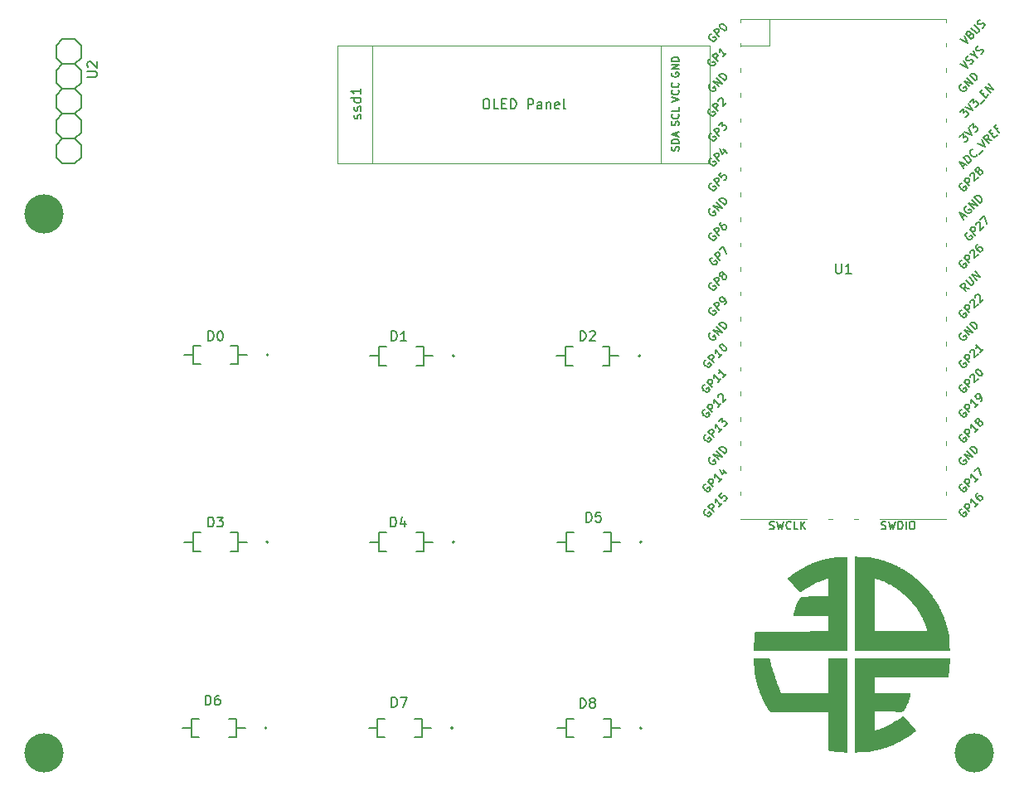
<source format=gbr>
%TF.GenerationSoftware,KiCad,Pcbnew,7.0.8*%
%TF.CreationDate,2023-11-02T17:37:10-07:00*%
%TF.ProjectId,3D4E Macropad,33443445-204d-4616-9372-6f7061642e6b,rev?*%
%TF.SameCoordinates,Original*%
%TF.FileFunction,Legend,Top*%
%TF.FilePolarity,Positive*%
%FSLAX46Y46*%
G04 Gerber Fmt 4.6, Leading zero omitted, Abs format (unit mm)*
G04 Created by KiCad (PCBNEW 7.0.8) date 2023-11-02 17:37:10*
%MOMM*%
%LPD*%
G01*
G04 APERTURE LIST*
%ADD10C,0.150000*%
%ADD11C,0.127000*%
%ADD12C,0.200000*%
%ADD13C,0.040000*%
%ADD14C,0.152400*%
%ADD15C,0.120000*%
%ADD16C,4.000000*%
G04 APERTURE END LIST*
D10*
X41761829Y-101954866D02*
X41761829Y-100954764D01*
X41761829Y-100954764D02*
X41999949Y-100954764D01*
X41999949Y-100954764D02*
X42142820Y-101002388D01*
X42142820Y-101002388D02*
X42238068Y-101097636D01*
X42238068Y-101097636D02*
X42285692Y-101192884D01*
X42285692Y-101192884D02*
X42333316Y-101383380D01*
X42333316Y-101383380D02*
X42333316Y-101526251D01*
X42333316Y-101526251D02*
X42285692Y-101716747D01*
X42285692Y-101716747D02*
X42238068Y-101811995D01*
X42238068Y-101811995D02*
X42142820Y-101907243D01*
X42142820Y-101907243D02*
X41999949Y-101954866D01*
X41999949Y-101954866D02*
X41761829Y-101954866D01*
X42666683Y-100954764D02*
X43285794Y-100954764D01*
X43285794Y-100954764D02*
X42952427Y-101335756D01*
X42952427Y-101335756D02*
X43095298Y-101335756D01*
X43095298Y-101335756D02*
X43190546Y-101383380D01*
X43190546Y-101383380D02*
X43238170Y-101431003D01*
X43238170Y-101431003D02*
X43285794Y-101526251D01*
X43285794Y-101526251D02*
X43285794Y-101764371D01*
X43285794Y-101764371D02*
X43238170Y-101859619D01*
X43238170Y-101859619D02*
X43190546Y-101907243D01*
X43190546Y-101907243D02*
X43095298Y-101954866D01*
X43095298Y-101954866D02*
X42809555Y-101954866D01*
X42809555Y-101954866D02*
X42714307Y-101907243D01*
X42714307Y-101907243D02*
X42666683Y-101859619D01*
X60407829Y-101954866D02*
X60407829Y-100954764D01*
X60407829Y-100954764D02*
X60645949Y-100954764D01*
X60645949Y-100954764D02*
X60788820Y-101002388D01*
X60788820Y-101002388D02*
X60884068Y-101097636D01*
X60884068Y-101097636D02*
X60931692Y-101192884D01*
X60931692Y-101192884D02*
X60979316Y-101383380D01*
X60979316Y-101383380D02*
X60979316Y-101526251D01*
X60979316Y-101526251D02*
X60931692Y-101716747D01*
X60931692Y-101716747D02*
X60884068Y-101811995D01*
X60884068Y-101811995D02*
X60788820Y-101907243D01*
X60788820Y-101907243D02*
X60645949Y-101954866D01*
X60645949Y-101954866D02*
X60407829Y-101954866D01*
X61836546Y-101288132D02*
X61836546Y-101954866D01*
X61598427Y-100907141D02*
X61360307Y-101621499D01*
X61360307Y-101621499D02*
X61979418Y-101621499D01*
X60489079Y-82954866D02*
X60489079Y-81954764D01*
X60489079Y-81954764D02*
X60727199Y-81954764D01*
X60727199Y-81954764D02*
X60870070Y-82002388D01*
X60870070Y-82002388D02*
X60965318Y-82097636D01*
X60965318Y-82097636D02*
X61012942Y-82192884D01*
X61012942Y-82192884D02*
X61060566Y-82383380D01*
X61060566Y-82383380D02*
X61060566Y-82526251D01*
X61060566Y-82526251D02*
X61012942Y-82716747D01*
X61012942Y-82716747D02*
X60965318Y-82811995D01*
X60965318Y-82811995D02*
X60870070Y-82907243D01*
X60870070Y-82907243D02*
X60727199Y-82954866D01*
X60727199Y-82954866D02*
X60489079Y-82954866D01*
X62013044Y-82954866D02*
X61441557Y-82954866D01*
X61727301Y-82954866D02*
X61727301Y-81954764D01*
X61727301Y-81954764D02*
X61632053Y-82097636D01*
X61632053Y-82097636D02*
X61536805Y-82192884D01*
X61536805Y-82192884D02*
X61441557Y-82240508D01*
X79761829Y-82954866D02*
X79761829Y-81954764D01*
X79761829Y-81954764D02*
X79999949Y-81954764D01*
X79999949Y-81954764D02*
X80142820Y-82002388D01*
X80142820Y-82002388D02*
X80238068Y-82097636D01*
X80238068Y-82097636D02*
X80285692Y-82192884D01*
X80285692Y-82192884D02*
X80333316Y-82383380D01*
X80333316Y-82383380D02*
X80333316Y-82526251D01*
X80333316Y-82526251D02*
X80285692Y-82716747D01*
X80285692Y-82716747D02*
X80238068Y-82811995D01*
X80238068Y-82811995D02*
X80142820Y-82907243D01*
X80142820Y-82907243D02*
X79999949Y-82954866D01*
X79999949Y-82954866D02*
X79761829Y-82954866D01*
X80714307Y-82050012D02*
X80761931Y-82002388D01*
X80761931Y-82002388D02*
X80857179Y-81954764D01*
X80857179Y-81954764D02*
X81095298Y-81954764D01*
X81095298Y-81954764D02*
X81190546Y-82002388D01*
X81190546Y-82002388D02*
X81238170Y-82050012D01*
X81238170Y-82050012D02*
X81285794Y-82145260D01*
X81285794Y-82145260D02*
X81285794Y-82240508D01*
X81285794Y-82240508D02*
X81238170Y-82383380D01*
X81238170Y-82383380D02*
X80666683Y-82954866D01*
X80666683Y-82954866D02*
X81285794Y-82954866D01*
X79761829Y-120454866D02*
X79761829Y-119454764D01*
X79761829Y-119454764D02*
X79999949Y-119454764D01*
X79999949Y-119454764D02*
X80142820Y-119502388D01*
X80142820Y-119502388D02*
X80238068Y-119597636D01*
X80238068Y-119597636D02*
X80285692Y-119692884D01*
X80285692Y-119692884D02*
X80333316Y-119883380D01*
X80333316Y-119883380D02*
X80333316Y-120026251D01*
X80333316Y-120026251D02*
X80285692Y-120216747D01*
X80285692Y-120216747D02*
X80238068Y-120311995D01*
X80238068Y-120311995D02*
X80142820Y-120407243D01*
X80142820Y-120407243D02*
X79999949Y-120454866D01*
X79999949Y-120454866D02*
X79761829Y-120454866D01*
X80904803Y-119883380D02*
X80809555Y-119835756D01*
X80809555Y-119835756D02*
X80761931Y-119788132D01*
X80761931Y-119788132D02*
X80714307Y-119692884D01*
X80714307Y-119692884D02*
X80714307Y-119645260D01*
X80714307Y-119645260D02*
X80761931Y-119550012D01*
X80761931Y-119550012D02*
X80809555Y-119502388D01*
X80809555Y-119502388D02*
X80904803Y-119454764D01*
X80904803Y-119454764D02*
X81095298Y-119454764D01*
X81095298Y-119454764D02*
X81190546Y-119502388D01*
X81190546Y-119502388D02*
X81238170Y-119550012D01*
X81238170Y-119550012D02*
X81285794Y-119645260D01*
X81285794Y-119645260D02*
X81285794Y-119692884D01*
X81285794Y-119692884D02*
X81238170Y-119788132D01*
X81238170Y-119788132D02*
X81190546Y-119835756D01*
X81190546Y-119835756D02*
X81095298Y-119883380D01*
X81095298Y-119883380D02*
X80904803Y-119883380D01*
X80904803Y-119883380D02*
X80809555Y-119931003D01*
X80809555Y-119931003D02*
X80761931Y-119978627D01*
X80761931Y-119978627D02*
X80714307Y-120073875D01*
X80714307Y-120073875D02*
X80714307Y-120264371D01*
X80714307Y-120264371D02*
X80761931Y-120359619D01*
X80761931Y-120359619D02*
X80809555Y-120407243D01*
X80809555Y-120407243D02*
X80904803Y-120454866D01*
X80904803Y-120454866D02*
X81095298Y-120454866D01*
X81095298Y-120454866D02*
X81190546Y-120407243D01*
X81190546Y-120407243D02*
X81238170Y-120359619D01*
X81238170Y-120359619D02*
X81285794Y-120264371D01*
X81285794Y-120264371D02*
X81285794Y-120073875D01*
X81285794Y-120073875D02*
X81238170Y-119978627D01*
X81238170Y-119978627D02*
X81190546Y-119931003D01*
X81190546Y-119931003D02*
X81095298Y-119883380D01*
X57307200Y-60267618D02*
X57354819Y-60172380D01*
X57354819Y-60172380D02*
X57354819Y-59981904D01*
X57354819Y-59981904D02*
X57307200Y-59886666D01*
X57307200Y-59886666D02*
X57211961Y-59839047D01*
X57211961Y-59839047D02*
X57164342Y-59839047D01*
X57164342Y-59839047D02*
X57069104Y-59886666D01*
X57069104Y-59886666D02*
X57021485Y-59981904D01*
X57021485Y-59981904D02*
X57021485Y-60124761D01*
X57021485Y-60124761D02*
X56973866Y-60219999D01*
X56973866Y-60219999D02*
X56878628Y-60267618D01*
X56878628Y-60267618D02*
X56831009Y-60267618D01*
X56831009Y-60267618D02*
X56735771Y-60219999D01*
X56735771Y-60219999D02*
X56688152Y-60124761D01*
X56688152Y-60124761D02*
X56688152Y-59981904D01*
X56688152Y-59981904D02*
X56735771Y-59886666D01*
X57307200Y-59458094D02*
X57354819Y-59362856D01*
X57354819Y-59362856D02*
X57354819Y-59172380D01*
X57354819Y-59172380D02*
X57307200Y-59077142D01*
X57307200Y-59077142D02*
X57211961Y-59029523D01*
X57211961Y-59029523D02*
X57164342Y-59029523D01*
X57164342Y-59029523D02*
X57069104Y-59077142D01*
X57069104Y-59077142D02*
X57021485Y-59172380D01*
X57021485Y-59172380D02*
X57021485Y-59315237D01*
X57021485Y-59315237D02*
X56973866Y-59410475D01*
X56973866Y-59410475D02*
X56878628Y-59458094D01*
X56878628Y-59458094D02*
X56831009Y-59458094D01*
X56831009Y-59458094D02*
X56735771Y-59410475D01*
X56735771Y-59410475D02*
X56688152Y-59315237D01*
X56688152Y-59315237D02*
X56688152Y-59172380D01*
X56688152Y-59172380D02*
X56735771Y-59077142D01*
X57354819Y-58172380D02*
X56354819Y-58172380D01*
X57307200Y-58172380D02*
X57354819Y-58267618D01*
X57354819Y-58267618D02*
X57354819Y-58458094D01*
X57354819Y-58458094D02*
X57307200Y-58553332D01*
X57307200Y-58553332D02*
X57259580Y-58600951D01*
X57259580Y-58600951D02*
X57164342Y-58648570D01*
X57164342Y-58648570D02*
X56878628Y-58648570D01*
X56878628Y-58648570D02*
X56783390Y-58600951D01*
X56783390Y-58600951D02*
X56735771Y-58553332D01*
X56735771Y-58553332D02*
X56688152Y-58458094D01*
X56688152Y-58458094D02*
X56688152Y-58267618D01*
X56688152Y-58267618D02*
X56735771Y-58172380D01*
X57354819Y-57172380D02*
X57354819Y-57743808D01*
X57354819Y-57458094D02*
X56354819Y-57458094D01*
X56354819Y-57458094D02*
X56497676Y-57553332D01*
X56497676Y-57553332D02*
X56592914Y-57648570D01*
X56592914Y-57648570D02*
X56640533Y-57743808D01*
X70071428Y-58264819D02*
X70261904Y-58264819D01*
X70261904Y-58264819D02*
X70357142Y-58312438D01*
X70357142Y-58312438D02*
X70452380Y-58407676D01*
X70452380Y-58407676D02*
X70499999Y-58598152D01*
X70499999Y-58598152D02*
X70499999Y-58931485D01*
X70499999Y-58931485D02*
X70452380Y-59121961D01*
X70452380Y-59121961D02*
X70357142Y-59217200D01*
X70357142Y-59217200D02*
X70261904Y-59264819D01*
X70261904Y-59264819D02*
X70071428Y-59264819D01*
X70071428Y-59264819D02*
X69976190Y-59217200D01*
X69976190Y-59217200D02*
X69880952Y-59121961D01*
X69880952Y-59121961D02*
X69833333Y-58931485D01*
X69833333Y-58931485D02*
X69833333Y-58598152D01*
X69833333Y-58598152D02*
X69880952Y-58407676D01*
X69880952Y-58407676D02*
X69976190Y-58312438D01*
X69976190Y-58312438D02*
X70071428Y-58264819D01*
X71404761Y-59264819D02*
X70928571Y-59264819D01*
X70928571Y-59264819D02*
X70928571Y-58264819D01*
X71738095Y-58741009D02*
X72071428Y-58741009D01*
X72214285Y-59264819D02*
X71738095Y-59264819D01*
X71738095Y-59264819D02*
X71738095Y-58264819D01*
X71738095Y-58264819D02*
X72214285Y-58264819D01*
X72642857Y-59264819D02*
X72642857Y-58264819D01*
X72642857Y-58264819D02*
X72880952Y-58264819D01*
X72880952Y-58264819D02*
X73023809Y-58312438D01*
X73023809Y-58312438D02*
X73119047Y-58407676D01*
X73119047Y-58407676D02*
X73166666Y-58502914D01*
X73166666Y-58502914D02*
X73214285Y-58693390D01*
X73214285Y-58693390D02*
X73214285Y-58836247D01*
X73214285Y-58836247D02*
X73166666Y-59026723D01*
X73166666Y-59026723D02*
X73119047Y-59121961D01*
X73119047Y-59121961D02*
X73023809Y-59217200D01*
X73023809Y-59217200D02*
X72880952Y-59264819D01*
X72880952Y-59264819D02*
X72642857Y-59264819D01*
X74404762Y-59264819D02*
X74404762Y-58264819D01*
X74404762Y-58264819D02*
X74785714Y-58264819D01*
X74785714Y-58264819D02*
X74880952Y-58312438D01*
X74880952Y-58312438D02*
X74928571Y-58360057D01*
X74928571Y-58360057D02*
X74976190Y-58455295D01*
X74976190Y-58455295D02*
X74976190Y-58598152D01*
X74976190Y-58598152D02*
X74928571Y-58693390D01*
X74928571Y-58693390D02*
X74880952Y-58741009D01*
X74880952Y-58741009D02*
X74785714Y-58788628D01*
X74785714Y-58788628D02*
X74404762Y-58788628D01*
X75833333Y-59264819D02*
X75833333Y-58741009D01*
X75833333Y-58741009D02*
X75785714Y-58645771D01*
X75785714Y-58645771D02*
X75690476Y-58598152D01*
X75690476Y-58598152D02*
X75500000Y-58598152D01*
X75500000Y-58598152D02*
X75404762Y-58645771D01*
X75833333Y-59217200D02*
X75738095Y-59264819D01*
X75738095Y-59264819D02*
X75500000Y-59264819D01*
X75500000Y-59264819D02*
X75404762Y-59217200D01*
X75404762Y-59217200D02*
X75357143Y-59121961D01*
X75357143Y-59121961D02*
X75357143Y-59026723D01*
X75357143Y-59026723D02*
X75404762Y-58931485D01*
X75404762Y-58931485D02*
X75500000Y-58883866D01*
X75500000Y-58883866D02*
X75738095Y-58883866D01*
X75738095Y-58883866D02*
X75833333Y-58836247D01*
X76309524Y-58598152D02*
X76309524Y-59264819D01*
X76309524Y-58693390D02*
X76357143Y-58645771D01*
X76357143Y-58645771D02*
X76452381Y-58598152D01*
X76452381Y-58598152D02*
X76595238Y-58598152D01*
X76595238Y-58598152D02*
X76690476Y-58645771D01*
X76690476Y-58645771D02*
X76738095Y-58741009D01*
X76738095Y-58741009D02*
X76738095Y-59264819D01*
X77595238Y-59217200D02*
X77500000Y-59264819D01*
X77500000Y-59264819D02*
X77309524Y-59264819D01*
X77309524Y-59264819D02*
X77214286Y-59217200D01*
X77214286Y-59217200D02*
X77166667Y-59121961D01*
X77166667Y-59121961D02*
X77166667Y-58741009D01*
X77166667Y-58741009D02*
X77214286Y-58645771D01*
X77214286Y-58645771D02*
X77309524Y-58598152D01*
X77309524Y-58598152D02*
X77500000Y-58598152D01*
X77500000Y-58598152D02*
X77595238Y-58645771D01*
X77595238Y-58645771D02*
X77642857Y-58741009D01*
X77642857Y-58741009D02*
X77642857Y-58836247D01*
X77642857Y-58836247D02*
X77166667Y-58931485D01*
X78214286Y-59264819D02*
X78119048Y-59217200D01*
X78119048Y-59217200D02*
X78071429Y-59121961D01*
X78071429Y-59121961D02*
X78071429Y-58264819D01*
X89124878Y-55571428D02*
X89089164Y-55642857D01*
X89089164Y-55642857D02*
X89089164Y-55749999D01*
X89089164Y-55749999D02*
X89124878Y-55857142D01*
X89124878Y-55857142D02*
X89196307Y-55928571D01*
X89196307Y-55928571D02*
X89267735Y-55964285D01*
X89267735Y-55964285D02*
X89410592Y-55999999D01*
X89410592Y-55999999D02*
X89517735Y-55999999D01*
X89517735Y-55999999D02*
X89660592Y-55964285D01*
X89660592Y-55964285D02*
X89732021Y-55928571D01*
X89732021Y-55928571D02*
X89803450Y-55857142D01*
X89803450Y-55857142D02*
X89839164Y-55749999D01*
X89839164Y-55749999D02*
X89839164Y-55678571D01*
X89839164Y-55678571D02*
X89803450Y-55571428D01*
X89803450Y-55571428D02*
X89767735Y-55535714D01*
X89767735Y-55535714D02*
X89517735Y-55535714D01*
X89517735Y-55535714D02*
X89517735Y-55678571D01*
X89839164Y-55214285D02*
X89089164Y-55214285D01*
X89089164Y-55214285D02*
X89839164Y-54785714D01*
X89839164Y-54785714D02*
X89089164Y-54785714D01*
X89839164Y-54428571D02*
X89089164Y-54428571D01*
X89089164Y-54428571D02*
X89089164Y-54250000D01*
X89089164Y-54250000D02*
X89124878Y-54142857D01*
X89124878Y-54142857D02*
X89196307Y-54071428D01*
X89196307Y-54071428D02*
X89267735Y-54035714D01*
X89267735Y-54035714D02*
X89410592Y-54000000D01*
X89410592Y-54000000D02*
X89517735Y-54000000D01*
X89517735Y-54000000D02*
X89660592Y-54035714D01*
X89660592Y-54035714D02*
X89732021Y-54071428D01*
X89732021Y-54071428D02*
X89803450Y-54142857D01*
X89803450Y-54142857D02*
X89839164Y-54250000D01*
X89839164Y-54250000D02*
X89839164Y-54428571D01*
X89803450Y-63530713D02*
X89839164Y-63423571D01*
X89839164Y-63423571D02*
X89839164Y-63244999D01*
X89839164Y-63244999D02*
X89803450Y-63173571D01*
X89803450Y-63173571D02*
X89767735Y-63137856D01*
X89767735Y-63137856D02*
X89696307Y-63102142D01*
X89696307Y-63102142D02*
X89624878Y-63102142D01*
X89624878Y-63102142D02*
X89553450Y-63137856D01*
X89553450Y-63137856D02*
X89517735Y-63173571D01*
X89517735Y-63173571D02*
X89482021Y-63244999D01*
X89482021Y-63244999D02*
X89446307Y-63387856D01*
X89446307Y-63387856D02*
X89410592Y-63459285D01*
X89410592Y-63459285D02*
X89374878Y-63494999D01*
X89374878Y-63494999D02*
X89303450Y-63530713D01*
X89303450Y-63530713D02*
X89232021Y-63530713D01*
X89232021Y-63530713D02*
X89160592Y-63494999D01*
X89160592Y-63494999D02*
X89124878Y-63459285D01*
X89124878Y-63459285D02*
X89089164Y-63387856D01*
X89089164Y-63387856D02*
X89089164Y-63209285D01*
X89089164Y-63209285D02*
X89124878Y-63102142D01*
X89839164Y-62780713D02*
X89089164Y-62780713D01*
X89089164Y-62780713D02*
X89089164Y-62602142D01*
X89089164Y-62602142D02*
X89124878Y-62494999D01*
X89124878Y-62494999D02*
X89196307Y-62423570D01*
X89196307Y-62423570D02*
X89267735Y-62387856D01*
X89267735Y-62387856D02*
X89410592Y-62352142D01*
X89410592Y-62352142D02*
X89517735Y-62352142D01*
X89517735Y-62352142D02*
X89660592Y-62387856D01*
X89660592Y-62387856D02*
X89732021Y-62423570D01*
X89732021Y-62423570D02*
X89803450Y-62494999D01*
X89803450Y-62494999D02*
X89839164Y-62602142D01*
X89839164Y-62602142D02*
X89839164Y-62780713D01*
X89624878Y-62066427D02*
X89624878Y-61709285D01*
X89839164Y-62137856D02*
X89089164Y-61887856D01*
X89089164Y-61887856D02*
X89839164Y-61637856D01*
X89803450Y-60972856D02*
X89839164Y-60865714D01*
X89839164Y-60865714D02*
X89839164Y-60687142D01*
X89839164Y-60687142D02*
X89803450Y-60615714D01*
X89803450Y-60615714D02*
X89767735Y-60579999D01*
X89767735Y-60579999D02*
X89696307Y-60544285D01*
X89696307Y-60544285D02*
X89624878Y-60544285D01*
X89624878Y-60544285D02*
X89553450Y-60579999D01*
X89553450Y-60579999D02*
X89517735Y-60615714D01*
X89517735Y-60615714D02*
X89482021Y-60687142D01*
X89482021Y-60687142D02*
X89446307Y-60829999D01*
X89446307Y-60829999D02*
X89410592Y-60901428D01*
X89410592Y-60901428D02*
X89374878Y-60937142D01*
X89374878Y-60937142D02*
X89303450Y-60972856D01*
X89303450Y-60972856D02*
X89232021Y-60972856D01*
X89232021Y-60972856D02*
X89160592Y-60937142D01*
X89160592Y-60937142D02*
X89124878Y-60901428D01*
X89124878Y-60901428D02*
X89089164Y-60829999D01*
X89089164Y-60829999D02*
X89089164Y-60651428D01*
X89089164Y-60651428D02*
X89124878Y-60544285D01*
X89767735Y-59794285D02*
X89803450Y-59829999D01*
X89803450Y-59829999D02*
X89839164Y-59937142D01*
X89839164Y-59937142D02*
X89839164Y-60008570D01*
X89839164Y-60008570D02*
X89803450Y-60115713D01*
X89803450Y-60115713D02*
X89732021Y-60187142D01*
X89732021Y-60187142D02*
X89660592Y-60222856D01*
X89660592Y-60222856D02*
X89517735Y-60258570D01*
X89517735Y-60258570D02*
X89410592Y-60258570D01*
X89410592Y-60258570D02*
X89267735Y-60222856D01*
X89267735Y-60222856D02*
X89196307Y-60187142D01*
X89196307Y-60187142D02*
X89124878Y-60115713D01*
X89124878Y-60115713D02*
X89089164Y-60008570D01*
X89089164Y-60008570D02*
X89089164Y-59937142D01*
X89089164Y-59937142D02*
X89124878Y-59829999D01*
X89124878Y-59829999D02*
X89160592Y-59794285D01*
X89839164Y-59115713D02*
X89839164Y-59472856D01*
X89839164Y-59472856D02*
X89089164Y-59472856D01*
X89089164Y-58539999D02*
X89839164Y-58289999D01*
X89839164Y-58289999D02*
X89089164Y-58039999D01*
X89767735Y-57361428D02*
X89803450Y-57397142D01*
X89803450Y-57397142D02*
X89839164Y-57504285D01*
X89839164Y-57504285D02*
X89839164Y-57575713D01*
X89839164Y-57575713D02*
X89803450Y-57682856D01*
X89803450Y-57682856D02*
X89732021Y-57754285D01*
X89732021Y-57754285D02*
X89660592Y-57789999D01*
X89660592Y-57789999D02*
X89517735Y-57825713D01*
X89517735Y-57825713D02*
X89410592Y-57825713D01*
X89410592Y-57825713D02*
X89267735Y-57789999D01*
X89267735Y-57789999D02*
X89196307Y-57754285D01*
X89196307Y-57754285D02*
X89124878Y-57682856D01*
X89124878Y-57682856D02*
X89089164Y-57575713D01*
X89089164Y-57575713D02*
X89089164Y-57504285D01*
X89089164Y-57504285D02*
X89124878Y-57397142D01*
X89124878Y-57397142D02*
X89160592Y-57361428D01*
X89767735Y-56611428D02*
X89803450Y-56647142D01*
X89803450Y-56647142D02*
X89839164Y-56754285D01*
X89839164Y-56754285D02*
X89839164Y-56825713D01*
X89839164Y-56825713D02*
X89803450Y-56932856D01*
X89803450Y-56932856D02*
X89732021Y-57004285D01*
X89732021Y-57004285D02*
X89660592Y-57039999D01*
X89660592Y-57039999D02*
X89517735Y-57075713D01*
X89517735Y-57075713D02*
X89410592Y-57075713D01*
X89410592Y-57075713D02*
X89267735Y-57039999D01*
X89267735Y-57039999D02*
X89196307Y-57004285D01*
X89196307Y-57004285D02*
X89124878Y-56932856D01*
X89124878Y-56932856D02*
X89089164Y-56825713D01*
X89089164Y-56825713D02*
X89089164Y-56754285D01*
X89089164Y-56754285D02*
X89124878Y-56647142D01*
X89124878Y-56647142D02*
X89160592Y-56611428D01*
X29418619Y-56010704D02*
X30228142Y-56010704D01*
X30228142Y-56010704D02*
X30323380Y-55963085D01*
X30323380Y-55963085D02*
X30371000Y-55915466D01*
X30371000Y-55915466D02*
X30418619Y-55820228D01*
X30418619Y-55820228D02*
X30418619Y-55629752D01*
X30418619Y-55629752D02*
X30371000Y-55534514D01*
X30371000Y-55534514D02*
X30323380Y-55486895D01*
X30323380Y-55486895D02*
X30228142Y-55439276D01*
X30228142Y-55439276D02*
X29418619Y-55439276D01*
X29513857Y-55010704D02*
X29466238Y-54963085D01*
X29466238Y-54963085D02*
X29418619Y-54867847D01*
X29418619Y-54867847D02*
X29418619Y-54629752D01*
X29418619Y-54629752D02*
X29466238Y-54534514D01*
X29466238Y-54534514D02*
X29513857Y-54486895D01*
X29513857Y-54486895D02*
X29609095Y-54439276D01*
X29609095Y-54439276D02*
X29704333Y-54439276D01*
X29704333Y-54439276D02*
X29847190Y-54486895D01*
X29847190Y-54486895D02*
X30418619Y-55058323D01*
X30418619Y-55058323D02*
X30418619Y-54439276D01*
X80357829Y-101454866D02*
X80357829Y-100454764D01*
X80357829Y-100454764D02*
X80595949Y-100454764D01*
X80595949Y-100454764D02*
X80738820Y-100502388D01*
X80738820Y-100502388D02*
X80834068Y-100597636D01*
X80834068Y-100597636D02*
X80881692Y-100692884D01*
X80881692Y-100692884D02*
X80929316Y-100883380D01*
X80929316Y-100883380D02*
X80929316Y-101026251D01*
X80929316Y-101026251D02*
X80881692Y-101216747D01*
X80881692Y-101216747D02*
X80834068Y-101311995D01*
X80834068Y-101311995D02*
X80738820Y-101407243D01*
X80738820Y-101407243D02*
X80595949Y-101454866D01*
X80595949Y-101454866D02*
X80357829Y-101454866D01*
X81834170Y-100454764D02*
X81357931Y-100454764D01*
X81357931Y-100454764D02*
X81310307Y-100931003D01*
X81310307Y-100931003D02*
X81357931Y-100883380D01*
X81357931Y-100883380D02*
X81453179Y-100835756D01*
X81453179Y-100835756D02*
X81691298Y-100835756D01*
X81691298Y-100835756D02*
X81786546Y-100883380D01*
X81786546Y-100883380D02*
X81834170Y-100931003D01*
X81834170Y-100931003D02*
X81881794Y-101026251D01*
X81881794Y-101026251D02*
X81881794Y-101264371D01*
X81881794Y-101264371D02*
X81834170Y-101359619D01*
X81834170Y-101359619D02*
X81786546Y-101407243D01*
X81786546Y-101407243D02*
X81691298Y-101454866D01*
X81691298Y-101454866D02*
X81453179Y-101454866D01*
X81453179Y-101454866D02*
X81357931Y-101407243D01*
X81357931Y-101407243D02*
X81310307Y-101359619D01*
X41472079Y-120148616D02*
X41472079Y-119148514D01*
X41472079Y-119148514D02*
X41710199Y-119148514D01*
X41710199Y-119148514D02*
X41853070Y-119196138D01*
X41853070Y-119196138D02*
X41948318Y-119291386D01*
X41948318Y-119291386D02*
X41995942Y-119386634D01*
X41995942Y-119386634D02*
X42043566Y-119577130D01*
X42043566Y-119577130D02*
X42043566Y-119720001D01*
X42043566Y-119720001D02*
X41995942Y-119910497D01*
X41995942Y-119910497D02*
X41948318Y-120005745D01*
X41948318Y-120005745D02*
X41853070Y-120100993D01*
X41853070Y-120100993D02*
X41710199Y-120148616D01*
X41710199Y-120148616D02*
X41472079Y-120148616D01*
X42900796Y-119148514D02*
X42710301Y-119148514D01*
X42710301Y-119148514D02*
X42615053Y-119196138D01*
X42615053Y-119196138D02*
X42567429Y-119243762D01*
X42567429Y-119243762D02*
X42472181Y-119386634D01*
X42472181Y-119386634D02*
X42424557Y-119577130D01*
X42424557Y-119577130D02*
X42424557Y-119958121D01*
X42424557Y-119958121D02*
X42472181Y-120053369D01*
X42472181Y-120053369D02*
X42519805Y-120100993D01*
X42519805Y-120100993D02*
X42615053Y-120148616D01*
X42615053Y-120148616D02*
X42805548Y-120148616D01*
X42805548Y-120148616D02*
X42900796Y-120100993D01*
X42900796Y-120100993D02*
X42948420Y-120053369D01*
X42948420Y-120053369D02*
X42996044Y-119958121D01*
X42996044Y-119958121D02*
X42996044Y-119720001D01*
X42996044Y-119720001D02*
X42948420Y-119624753D01*
X42948420Y-119624753D02*
X42900796Y-119577130D01*
X42900796Y-119577130D02*
X42805548Y-119529506D01*
X42805548Y-119529506D02*
X42615053Y-119529506D01*
X42615053Y-119529506D02*
X42519805Y-119577130D01*
X42519805Y-119577130D02*
X42472181Y-119624753D01*
X42472181Y-119624753D02*
X42424557Y-119720001D01*
X41761829Y-82954866D02*
X41761829Y-81954764D01*
X41761829Y-81954764D02*
X41999949Y-81954764D01*
X41999949Y-81954764D02*
X42142820Y-82002388D01*
X42142820Y-82002388D02*
X42238068Y-82097636D01*
X42238068Y-82097636D02*
X42285692Y-82192884D01*
X42285692Y-82192884D02*
X42333316Y-82383380D01*
X42333316Y-82383380D02*
X42333316Y-82526251D01*
X42333316Y-82526251D02*
X42285692Y-82716747D01*
X42285692Y-82716747D02*
X42238068Y-82811995D01*
X42238068Y-82811995D02*
X42142820Y-82907243D01*
X42142820Y-82907243D02*
X41999949Y-82954866D01*
X41999949Y-82954866D02*
X41761829Y-82954866D01*
X42952427Y-81954764D02*
X43047674Y-81954764D01*
X43047674Y-81954764D02*
X43142922Y-82002388D01*
X43142922Y-82002388D02*
X43190546Y-82050012D01*
X43190546Y-82050012D02*
X43238170Y-82145260D01*
X43238170Y-82145260D02*
X43285794Y-82335756D01*
X43285794Y-82335756D02*
X43285794Y-82573875D01*
X43285794Y-82573875D02*
X43238170Y-82764371D01*
X43238170Y-82764371D02*
X43190546Y-82859619D01*
X43190546Y-82859619D02*
X43142922Y-82907243D01*
X43142922Y-82907243D02*
X43047674Y-82954866D01*
X43047674Y-82954866D02*
X42952427Y-82954866D01*
X42952427Y-82954866D02*
X42857179Y-82907243D01*
X42857179Y-82907243D02*
X42809555Y-82859619D01*
X42809555Y-82859619D02*
X42761931Y-82764371D01*
X42761931Y-82764371D02*
X42714307Y-82573875D01*
X42714307Y-82573875D02*
X42714307Y-82335756D01*
X42714307Y-82335756D02*
X42761931Y-82145260D01*
X42761931Y-82145260D02*
X42809555Y-82050012D01*
X42809555Y-82050012D02*
X42857179Y-82002388D01*
X42857179Y-82002388D02*
X42952427Y-81954764D01*
X105848095Y-75084819D02*
X105848095Y-75894342D01*
X105848095Y-75894342D02*
X105895714Y-75989580D01*
X105895714Y-75989580D02*
X105943333Y-76037200D01*
X105943333Y-76037200D02*
X106038571Y-76084819D01*
X106038571Y-76084819D02*
X106229047Y-76084819D01*
X106229047Y-76084819D02*
X106324285Y-76037200D01*
X106324285Y-76037200D02*
X106371904Y-75989580D01*
X106371904Y-75989580D02*
X106419523Y-75894342D01*
X106419523Y-75894342D02*
X106419523Y-75084819D01*
X107419523Y-76084819D02*
X106848095Y-76084819D01*
X107133809Y-76084819D02*
X107133809Y-75084819D01*
X107133809Y-75084819D02*
X107038571Y-75227676D01*
X107038571Y-75227676D02*
X106943333Y-75322914D01*
X106943333Y-75322914D02*
X106848095Y-75370533D01*
X92453998Y-89990868D02*
X92373185Y-90017805D01*
X92373185Y-90017805D02*
X92292373Y-90098618D01*
X92292373Y-90098618D02*
X92238498Y-90206367D01*
X92238498Y-90206367D02*
X92238498Y-90314117D01*
X92238498Y-90314117D02*
X92265436Y-90394929D01*
X92265436Y-90394929D02*
X92346248Y-90529616D01*
X92346248Y-90529616D02*
X92427060Y-90610428D01*
X92427060Y-90610428D02*
X92561747Y-90691241D01*
X92561747Y-90691241D02*
X92642560Y-90718178D01*
X92642560Y-90718178D02*
X92750309Y-90718178D01*
X92750309Y-90718178D02*
X92858059Y-90664303D01*
X92858059Y-90664303D02*
X92911934Y-90610428D01*
X92911934Y-90610428D02*
X92965808Y-90502679D01*
X92965808Y-90502679D02*
X92965808Y-90448804D01*
X92965808Y-90448804D02*
X92777247Y-90260242D01*
X92777247Y-90260242D02*
X92669497Y-90367992D01*
X93262120Y-90260242D02*
X92696434Y-89694557D01*
X92696434Y-89694557D02*
X92911934Y-89479057D01*
X92911934Y-89479057D02*
X92992746Y-89452120D01*
X92992746Y-89452120D02*
X93046621Y-89452120D01*
X93046621Y-89452120D02*
X93127433Y-89479057D01*
X93127433Y-89479057D02*
X93208245Y-89559870D01*
X93208245Y-89559870D02*
X93235182Y-89640682D01*
X93235182Y-89640682D02*
X93235182Y-89694557D01*
X93235182Y-89694557D02*
X93208245Y-89775369D01*
X93208245Y-89775369D02*
X92992746Y-89990868D01*
X94124117Y-89398245D02*
X93800868Y-89721494D01*
X93962492Y-89559870D02*
X93396807Y-88994184D01*
X93396807Y-88994184D02*
X93423744Y-89128871D01*
X93423744Y-89128871D02*
X93423744Y-89236621D01*
X93423744Y-89236621D02*
X93396807Y-89317433D01*
X93827805Y-88670935D02*
X93827805Y-88617060D01*
X93827805Y-88617060D02*
X93854743Y-88536248D01*
X93854743Y-88536248D02*
X93989430Y-88401561D01*
X93989430Y-88401561D02*
X94070242Y-88374624D01*
X94070242Y-88374624D02*
X94124117Y-88374624D01*
X94124117Y-88374624D02*
X94204929Y-88401561D01*
X94204929Y-88401561D02*
X94258804Y-88455436D01*
X94258804Y-88455436D02*
X94312679Y-88563186D01*
X94312679Y-88563186D02*
X94312679Y-89209683D01*
X94312679Y-89209683D02*
X94662865Y-88859497D01*
X118707998Y-84920868D02*
X118627185Y-84947805D01*
X118627185Y-84947805D02*
X118546373Y-85028618D01*
X118546373Y-85028618D02*
X118492498Y-85136367D01*
X118492498Y-85136367D02*
X118492498Y-85244117D01*
X118492498Y-85244117D02*
X118519436Y-85324929D01*
X118519436Y-85324929D02*
X118600248Y-85459616D01*
X118600248Y-85459616D02*
X118681060Y-85540428D01*
X118681060Y-85540428D02*
X118815747Y-85621241D01*
X118815747Y-85621241D02*
X118896560Y-85648178D01*
X118896560Y-85648178D02*
X119004309Y-85648178D01*
X119004309Y-85648178D02*
X119112059Y-85594303D01*
X119112059Y-85594303D02*
X119165934Y-85540428D01*
X119165934Y-85540428D02*
X119219808Y-85432679D01*
X119219808Y-85432679D02*
X119219808Y-85378804D01*
X119219808Y-85378804D02*
X119031247Y-85190242D01*
X119031247Y-85190242D02*
X118923497Y-85297992D01*
X119516120Y-85190242D02*
X118950434Y-84624557D01*
X118950434Y-84624557D02*
X119165934Y-84409057D01*
X119165934Y-84409057D02*
X119246746Y-84382120D01*
X119246746Y-84382120D02*
X119300621Y-84382120D01*
X119300621Y-84382120D02*
X119381433Y-84409057D01*
X119381433Y-84409057D02*
X119462245Y-84489870D01*
X119462245Y-84489870D02*
X119489182Y-84570682D01*
X119489182Y-84570682D02*
X119489182Y-84624557D01*
X119489182Y-84624557D02*
X119462245Y-84705369D01*
X119462245Y-84705369D02*
X119246746Y-84920868D01*
X119543057Y-84139683D02*
X119543057Y-84085809D01*
X119543057Y-84085809D02*
X119569995Y-84004996D01*
X119569995Y-84004996D02*
X119704682Y-83870309D01*
X119704682Y-83870309D02*
X119785494Y-83843372D01*
X119785494Y-83843372D02*
X119839369Y-83843372D01*
X119839369Y-83843372D02*
X119920181Y-83870309D01*
X119920181Y-83870309D02*
X119974056Y-83924184D01*
X119974056Y-83924184D02*
X120027930Y-84031934D01*
X120027930Y-84031934D02*
X120027930Y-84678431D01*
X120027930Y-84678431D02*
X120378117Y-84328245D01*
X120916865Y-83789497D02*
X120593616Y-84112746D01*
X120755240Y-83951121D02*
X120189555Y-83385436D01*
X120189555Y-83385436D02*
X120216492Y-83520123D01*
X120216492Y-83520123D02*
X120216492Y-83627873D01*
X120216492Y-83627873D02*
X120189555Y-83708685D01*
X118707998Y-79830868D02*
X118627185Y-79857805D01*
X118627185Y-79857805D02*
X118546373Y-79938618D01*
X118546373Y-79938618D02*
X118492498Y-80046367D01*
X118492498Y-80046367D02*
X118492498Y-80154117D01*
X118492498Y-80154117D02*
X118519436Y-80234929D01*
X118519436Y-80234929D02*
X118600248Y-80369616D01*
X118600248Y-80369616D02*
X118681060Y-80450428D01*
X118681060Y-80450428D02*
X118815747Y-80531241D01*
X118815747Y-80531241D02*
X118896560Y-80558178D01*
X118896560Y-80558178D02*
X119004309Y-80558178D01*
X119004309Y-80558178D02*
X119112059Y-80504303D01*
X119112059Y-80504303D02*
X119165934Y-80450428D01*
X119165934Y-80450428D02*
X119219808Y-80342679D01*
X119219808Y-80342679D02*
X119219808Y-80288804D01*
X119219808Y-80288804D02*
X119031247Y-80100242D01*
X119031247Y-80100242D02*
X118923497Y-80207992D01*
X119516120Y-80100242D02*
X118950434Y-79534557D01*
X118950434Y-79534557D02*
X119165934Y-79319057D01*
X119165934Y-79319057D02*
X119246746Y-79292120D01*
X119246746Y-79292120D02*
X119300621Y-79292120D01*
X119300621Y-79292120D02*
X119381433Y-79319057D01*
X119381433Y-79319057D02*
X119462245Y-79399870D01*
X119462245Y-79399870D02*
X119489182Y-79480682D01*
X119489182Y-79480682D02*
X119489182Y-79534557D01*
X119489182Y-79534557D02*
X119462245Y-79615369D01*
X119462245Y-79615369D02*
X119246746Y-79830868D01*
X119543057Y-79049683D02*
X119543057Y-78995809D01*
X119543057Y-78995809D02*
X119569995Y-78914996D01*
X119569995Y-78914996D02*
X119704682Y-78780309D01*
X119704682Y-78780309D02*
X119785494Y-78753372D01*
X119785494Y-78753372D02*
X119839369Y-78753372D01*
X119839369Y-78753372D02*
X119920181Y-78780309D01*
X119920181Y-78780309D02*
X119974056Y-78834184D01*
X119974056Y-78834184D02*
X120027930Y-78941934D01*
X120027930Y-78941934D02*
X120027930Y-79588431D01*
X120027930Y-79588431D02*
X120378117Y-79238245D01*
X120081805Y-78510935D02*
X120081805Y-78457060D01*
X120081805Y-78457060D02*
X120108743Y-78376248D01*
X120108743Y-78376248D02*
X120243430Y-78241561D01*
X120243430Y-78241561D02*
X120324242Y-78214624D01*
X120324242Y-78214624D02*
X120378117Y-78214624D01*
X120378117Y-78214624D02*
X120458929Y-78241561D01*
X120458929Y-78241561D02*
X120512804Y-78295436D01*
X120512804Y-78295436D02*
X120566679Y-78403186D01*
X120566679Y-78403186D02*
X120566679Y-79049683D01*
X120566679Y-79049683D02*
X120916865Y-78699497D01*
X118696435Y-82128431D02*
X118615623Y-82155368D01*
X118615623Y-82155368D02*
X118534811Y-82236180D01*
X118534811Y-82236180D02*
X118480936Y-82343930D01*
X118480936Y-82343930D02*
X118480936Y-82451680D01*
X118480936Y-82451680D02*
X118507873Y-82532492D01*
X118507873Y-82532492D02*
X118588685Y-82667179D01*
X118588685Y-82667179D02*
X118669498Y-82747991D01*
X118669498Y-82747991D02*
X118804185Y-82828803D01*
X118804185Y-82828803D02*
X118884997Y-82855741D01*
X118884997Y-82855741D02*
X118992746Y-82855741D01*
X118992746Y-82855741D02*
X119100496Y-82801866D01*
X119100496Y-82801866D02*
X119154371Y-82747991D01*
X119154371Y-82747991D02*
X119208246Y-82640241D01*
X119208246Y-82640241D02*
X119208246Y-82586367D01*
X119208246Y-82586367D02*
X119019684Y-82397805D01*
X119019684Y-82397805D02*
X118911934Y-82505554D01*
X119504557Y-82397805D02*
X118938872Y-81832119D01*
X118938872Y-81832119D02*
X119827806Y-82074556D01*
X119827806Y-82074556D02*
X119262120Y-81508871D01*
X120097180Y-81805182D02*
X119531494Y-81239497D01*
X119531494Y-81239497D02*
X119666181Y-81104810D01*
X119666181Y-81104810D02*
X119773931Y-81050935D01*
X119773931Y-81050935D02*
X119881680Y-81050935D01*
X119881680Y-81050935D02*
X119962493Y-81077872D01*
X119962493Y-81077872D02*
X120097180Y-81158685D01*
X120097180Y-81158685D02*
X120177992Y-81239497D01*
X120177992Y-81239497D02*
X120258804Y-81374184D01*
X120258804Y-81374184D02*
X120285741Y-81454996D01*
X120285741Y-81454996D02*
X120285741Y-81562746D01*
X120285741Y-81562746D02*
X120231867Y-81670495D01*
X120231867Y-81670495D02*
X120097180Y-81805182D01*
X118707998Y-74750868D02*
X118627185Y-74777805D01*
X118627185Y-74777805D02*
X118546373Y-74858618D01*
X118546373Y-74858618D02*
X118492498Y-74966367D01*
X118492498Y-74966367D02*
X118492498Y-75074117D01*
X118492498Y-75074117D02*
X118519436Y-75154929D01*
X118519436Y-75154929D02*
X118600248Y-75289616D01*
X118600248Y-75289616D02*
X118681060Y-75370428D01*
X118681060Y-75370428D02*
X118815747Y-75451241D01*
X118815747Y-75451241D02*
X118896560Y-75478178D01*
X118896560Y-75478178D02*
X119004309Y-75478178D01*
X119004309Y-75478178D02*
X119112059Y-75424303D01*
X119112059Y-75424303D02*
X119165934Y-75370428D01*
X119165934Y-75370428D02*
X119219808Y-75262679D01*
X119219808Y-75262679D02*
X119219808Y-75208804D01*
X119219808Y-75208804D02*
X119031247Y-75020242D01*
X119031247Y-75020242D02*
X118923497Y-75127992D01*
X119516120Y-75020242D02*
X118950434Y-74454557D01*
X118950434Y-74454557D02*
X119165934Y-74239057D01*
X119165934Y-74239057D02*
X119246746Y-74212120D01*
X119246746Y-74212120D02*
X119300621Y-74212120D01*
X119300621Y-74212120D02*
X119381433Y-74239057D01*
X119381433Y-74239057D02*
X119462245Y-74319870D01*
X119462245Y-74319870D02*
X119489182Y-74400682D01*
X119489182Y-74400682D02*
X119489182Y-74454557D01*
X119489182Y-74454557D02*
X119462245Y-74535369D01*
X119462245Y-74535369D02*
X119246746Y-74750868D01*
X119543057Y-73969683D02*
X119543057Y-73915809D01*
X119543057Y-73915809D02*
X119569995Y-73834996D01*
X119569995Y-73834996D02*
X119704682Y-73700309D01*
X119704682Y-73700309D02*
X119785494Y-73673372D01*
X119785494Y-73673372D02*
X119839369Y-73673372D01*
X119839369Y-73673372D02*
X119920181Y-73700309D01*
X119920181Y-73700309D02*
X119974056Y-73754184D01*
X119974056Y-73754184D02*
X120027930Y-73861934D01*
X120027930Y-73861934D02*
X120027930Y-74508431D01*
X120027930Y-74508431D02*
X120378117Y-74158245D01*
X120297305Y-73107686D02*
X120189555Y-73215436D01*
X120189555Y-73215436D02*
X120162618Y-73296248D01*
X120162618Y-73296248D02*
X120162618Y-73350123D01*
X120162618Y-73350123D02*
X120189555Y-73484810D01*
X120189555Y-73484810D02*
X120270367Y-73619497D01*
X120270367Y-73619497D02*
X120485866Y-73834996D01*
X120485866Y-73834996D02*
X120566679Y-73861934D01*
X120566679Y-73861934D02*
X120620553Y-73861934D01*
X120620553Y-73861934D02*
X120701366Y-73834996D01*
X120701366Y-73834996D02*
X120809115Y-73727247D01*
X120809115Y-73727247D02*
X120836053Y-73646434D01*
X120836053Y-73646434D02*
X120836053Y-73592560D01*
X120836053Y-73592560D02*
X120809115Y-73511747D01*
X120809115Y-73511747D02*
X120674428Y-73377060D01*
X120674428Y-73377060D02*
X120593616Y-73350123D01*
X120593616Y-73350123D02*
X120539741Y-73350123D01*
X120539741Y-73350123D02*
X120458929Y-73377060D01*
X120458929Y-73377060D02*
X120351179Y-73484810D01*
X120351179Y-73484810D02*
X120324242Y-73565622D01*
X120324242Y-73565622D02*
X120324242Y-73619497D01*
X120324242Y-73619497D02*
X120351179Y-73700309D01*
X118696435Y-94828431D02*
X118615623Y-94855368D01*
X118615623Y-94855368D02*
X118534811Y-94936180D01*
X118534811Y-94936180D02*
X118480936Y-95043930D01*
X118480936Y-95043930D02*
X118480936Y-95151680D01*
X118480936Y-95151680D02*
X118507873Y-95232492D01*
X118507873Y-95232492D02*
X118588685Y-95367179D01*
X118588685Y-95367179D02*
X118669498Y-95447991D01*
X118669498Y-95447991D02*
X118804185Y-95528803D01*
X118804185Y-95528803D02*
X118884997Y-95555741D01*
X118884997Y-95555741D02*
X118992746Y-95555741D01*
X118992746Y-95555741D02*
X119100496Y-95501866D01*
X119100496Y-95501866D02*
X119154371Y-95447991D01*
X119154371Y-95447991D02*
X119208246Y-95340241D01*
X119208246Y-95340241D02*
X119208246Y-95286367D01*
X119208246Y-95286367D02*
X119019684Y-95097805D01*
X119019684Y-95097805D02*
X118911934Y-95205554D01*
X119504557Y-95097805D02*
X118938872Y-94532119D01*
X118938872Y-94532119D02*
X119827806Y-94774556D01*
X119827806Y-94774556D02*
X119262120Y-94208871D01*
X120097180Y-94505182D02*
X119531494Y-93939497D01*
X119531494Y-93939497D02*
X119666181Y-93804810D01*
X119666181Y-93804810D02*
X119773931Y-93750935D01*
X119773931Y-93750935D02*
X119881680Y-93750935D01*
X119881680Y-93750935D02*
X119962493Y-93777872D01*
X119962493Y-93777872D02*
X120097180Y-93858685D01*
X120097180Y-93858685D02*
X120177992Y-93939497D01*
X120177992Y-93939497D02*
X120258804Y-94074184D01*
X120258804Y-94074184D02*
X120285741Y-94154996D01*
X120285741Y-94154996D02*
X120285741Y-94262746D01*
X120285741Y-94262746D02*
X120231867Y-94370495D01*
X120231867Y-94370495D02*
X120097180Y-94505182D01*
X99100475Y-102154200D02*
X99214761Y-102192295D01*
X99214761Y-102192295D02*
X99405237Y-102192295D01*
X99405237Y-102192295D02*
X99481428Y-102154200D01*
X99481428Y-102154200D02*
X99519523Y-102116104D01*
X99519523Y-102116104D02*
X99557618Y-102039914D01*
X99557618Y-102039914D02*
X99557618Y-101963723D01*
X99557618Y-101963723D02*
X99519523Y-101887533D01*
X99519523Y-101887533D02*
X99481428Y-101849438D01*
X99481428Y-101849438D02*
X99405237Y-101811342D01*
X99405237Y-101811342D02*
X99252856Y-101773247D01*
X99252856Y-101773247D02*
X99176666Y-101735152D01*
X99176666Y-101735152D02*
X99138571Y-101697057D01*
X99138571Y-101697057D02*
X99100475Y-101620866D01*
X99100475Y-101620866D02*
X99100475Y-101544676D01*
X99100475Y-101544676D02*
X99138571Y-101468485D01*
X99138571Y-101468485D02*
X99176666Y-101430390D01*
X99176666Y-101430390D02*
X99252856Y-101392295D01*
X99252856Y-101392295D02*
X99443333Y-101392295D01*
X99443333Y-101392295D02*
X99557618Y-101430390D01*
X99824285Y-101392295D02*
X100014761Y-102192295D01*
X100014761Y-102192295D02*
X100167142Y-101620866D01*
X100167142Y-101620866D02*
X100319523Y-102192295D01*
X100319523Y-102192295D02*
X100510000Y-101392295D01*
X101271905Y-102116104D02*
X101233809Y-102154200D01*
X101233809Y-102154200D02*
X101119524Y-102192295D01*
X101119524Y-102192295D02*
X101043333Y-102192295D01*
X101043333Y-102192295D02*
X100929047Y-102154200D01*
X100929047Y-102154200D02*
X100852857Y-102078009D01*
X100852857Y-102078009D02*
X100814762Y-102001819D01*
X100814762Y-102001819D02*
X100776666Y-101849438D01*
X100776666Y-101849438D02*
X100776666Y-101735152D01*
X100776666Y-101735152D02*
X100814762Y-101582771D01*
X100814762Y-101582771D02*
X100852857Y-101506580D01*
X100852857Y-101506580D02*
X100929047Y-101430390D01*
X100929047Y-101430390D02*
X101043333Y-101392295D01*
X101043333Y-101392295D02*
X101119524Y-101392295D01*
X101119524Y-101392295D02*
X101233809Y-101430390D01*
X101233809Y-101430390D02*
X101271905Y-101468485D01*
X101995714Y-102192295D02*
X101614762Y-102192295D01*
X101614762Y-102192295D02*
X101614762Y-101392295D01*
X102262381Y-102192295D02*
X102262381Y-101392295D01*
X102719524Y-102192295D02*
X102376666Y-101735152D01*
X102719524Y-101392295D02*
X102262381Y-101849438D01*
X119306498Y-71893368D02*
X119225685Y-71920305D01*
X119225685Y-71920305D02*
X119144873Y-72001118D01*
X119144873Y-72001118D02*
X119090998Y-72108867D01*
X119090998Y-72108867D02*
X119090998Y-72216617D01*
X119090998Y-72216617D02*
X119117936Y-72297429D01*
X119117936Y-72297429D02*
X119198748Y-72432116D01*
X119198748Y-72432116D02*
X119279560Y-72512928D01*
X119279560Y-72512928D02*
X119414247Y-72593741D01*
X119414247Y-72593741D02*
X119495060Y-72620678D01*
X119495060Y-72620678D02*
X119602809Y-72620678D01*
X119602809Y-72620678D02*
X119710559Y-72566803D01*
X119710559Y-72566803D02*
X119764434Y-72512928D01*
X119764434Y-72512928D02*
X119818308Y-72405179D01*
X119818308Y-72405179D02*
X119818308Y-72351304D01*
X119818308Y-72351304D02*
X119629747Y-72162742D01*
X119629747Y-72162742D02*
X119521997Y-72270492D01*
X120114620Y-72162742D02*
X119548934Y-71597057D01*
X119548934Y-71597057D02*
X119764434Y-71381557D01*
X119764434Y-71381557D02*
X119845246Y-71354620D01*
X119845246Y-71354620D02*
X119899121Y-71354620D01*
X119899121Y-71354620D02*
X119979933Y-71381557D01*
X119979933Y-71381557D02*
X120060745Y-71462370D01*
X120060745Y-71462370D02*
X120087682Y-71543182D01*
X120087682Y-71543182D02*
X120087682Y-71597057D01*
X120087682Y-71597057D02*
X120060745Y-71677869D01*
X120060745Y-71677869D02*
X119845246Y-71893368D01*
X120141557Y-71112183D02*
X120141557Y-71058309D01*
X120141557Y-71058309D02*
X120168495Y-70977496D01*
X120168495Y-70977496D02*
X120303182Y-70842809D01*
X120303182Y-70842809D02*
X120383994Y-70815872D01*
X120383994Y-70815872D02*
X120437869Y-70815872D01*
X120437869Y-70815872D02*
X120518681Y-70842809D01*
X120518681Y-70842809D02*
X120572556Y-70896684D01*
X120572556Y-70896684D02*
X120626430Y-71004434D01*
X120626430Y-71004434D02*
X120626430Y-71650931D01*
X120626430Y-71650931D02*
X120976617Y-71300745D01*
X120599493Y-70546498D02*
X120976617Y-70169374D01*
X120976617Y-70169374D02*
X121299866Y-70977496D01*
X118530749Y-54700242D02*
X119284996Y-55077366D01*
X119284996Y-55077366D02*
X118907873Y-54323118D01*
X119608245Y-54700242D02*
X119715995Y-54646367D01*
X119715995Y-54646367D02*
X119850682Y-54511680D01*
X119850682Y-54511680D02*
X119877619Y-54430868D01*
X119877619Y-54430868D02*
X119877619Y-54376993D01*
X119877619Y-54376993D02*
X119850682Y-54296181D01*
X119850682Y-54296181D02*
X119796807Y-54242306D01*
X119796807Y-54242306D02*
X119715995Y-54215369D01*
X119715995Y-54215369D02*
X119662120Y-54215369D01*
X119662120Y-54215369D02*
X119581308Y-54242306D01*
X119581308Y-54242306D02*
X119446621Y-54323118D01*
X119446621Y-54323118D02*
X119365808Y-54350056D01*
X119365808Y-54350056D02*
X119311934Y-54350056D01*
X119311934Y-54350056D02*
X119231121Y-54323118D01*
X119231121Y-54323118D02*
X119177247Y-54269244D01*
X119177247Y-54269244D02*
X119150309Y-54188431D01*
X119150309Y-54188431D02*
X119150309Y-54134557D01*
X119150309Y-54134557D02*
X119177247Y-54053744D01*
X119177247Y-54053744D02*
X119311934Y-53919057D01*
X119311934Y-53919057D02*
X119419683Y-53865183D01*
X120039244Y-53784370D02*
X120308618Y-54053744D01*
X119554370Y-53676621D02*
X120039244Y-53784370D01*
X120039244Y-53784370D02*
X119931494Y-53299497D01*
X120631866Y-53676621D02*
X120739616Y-53622746D01*
X120739616Y-53622746D02*
X120874303Y-53488059D01*
X120874303Y-53488059D02*
X120901240Y-53407247D01*
X120901240Y-53407247D02*
X120901240Y-53353372D01*
X120901240Y-53353372D02*
X120874303Y-53272560D01*
X120874303Y-53272560D02*
X120820428Y-53218685D01*
X120820428Y-53218685D02*
X120739616Y-53191748D01*
X120739616Y-53191748D02*
X120685741Y-53191748D01*
X120685741Y-53191748D02*
X120604929Y-53218685D01*
X120604929Y-53218685D02*
X120470242Y-53299497D01*
X120470242Y-53299497D02*
X120389430Y-53326435D01*
X120389430Y-53326435D02*
X120335555Y-53326435D01*
X120335555Y-53326435D02*
X120254743Y-53299497D01*
X120254743Y-53299497D02*
X120200868Y-53245622D01*
X120200868Y-53245622D02*
X120173930Y-53164810D01*
X120173930Y-53164810D02*
X120173930Y-53110935D01*
X120173930Y-53110935D02*
X120200868Y-53030123D01*
X120200868Y-53030123D02*
X120335555Y-52895436D01*
X120335555Y-52895436D02*
X120443304Y-52841561D01*
X93096435Y-56728431D02*
X93015623Y-56755368D01*
X93015623Y-56755368D02*
X92934811Y-56836180D01*
X92934811Y-56836180D02*
X92880936Y-56943930D01*
X92880936Y-56943930D02*
X92880936Y-57051680D01*
X92880936Y-57051680D02*
X92907873Y-57132492D01*
X92907873Y-57132492D02*
X92988685Y-57267179D01*
X92988685Y-57267179D02*
X93069498Y-57347991D01*
X93069498Y-57347991D02*
X93204185Y-57428803D01*
X93204185Y-57428803D02*
X93284997Y-57455741D01*
X93284997Y-57455741D02*
X93392746Y-57455741D01*
X93392746Y-57455741D02*
X93500496Y-57401866D01*
X93500496Y-57401866D02*
X93554371Y-57347991D01*
X93554371Y-57347991D02*
X93608246Y-57240241D01*
X93608246Y-57240241D02*
X93608246Y-57186367D01*
X93608246Y-57186367D02*
X93419684Y-56997805D01*
X93419684Y-56997805D02*
X93311934Y-57105554D01*
X93904557Y-56997805D02*
X93338872Y-56432119D01*
X93338872Y-56432119D02*
X94227806Y-56674556D01*
X94227806Y-56674556D02*
X93662120Y-56108871D01*
X94497180Y-56405182D02*
X93931494Y-55839497D01*
X93931494Y-55839497D02*
X94066181Y-55704810D01*
X94066181Y-55704810D02*
X94173931Y-55650935D01*
X94173931Y-55650935D02*
X94281680Y-55650935D01*
X94281680Y-55650935D02*
X94362493Y-55677872D01*
X94362493Y-55677872D02*
X94497180Y-55758685D01*
X94497180Y-55758685D02*
X94577992Y-55839497D01*
X94577992Y-55839497D02*
X94658804Y-55974184D01*
X94658804Y-55974184D02*
X94685741Y-56054996D01*
X94685741Y-56054996D02*
X94685741Y-56162746D01*
X94685741Y-56162746D02*
X94631867Y-56270495D01*
X94631867Y-56270495D02*
X94497180Y-56405182D01*
X93096435Y-94828431D02*
X93015623Y-94855368D01*
X93015623Y-94855368D02*
X92934811Y-94936180D01*
X92934811Y-94936180D02*
X92880936Y-95043930D01*
X92880936Y-95043930D02*
X92880936Y-95151680D01*
X92880936Y-95151680D02*
X92907873Y-95232492D01*
X92907873Y-95232492D02*
X92988685Y-95367179D01*
X92988685Y-95367179D02*
X93069498Y-95447991D01*
X93069498Y-95447991D02*
X93204185Y-95528803D01*
X93204185Y-95528803D02*
X93284997Y-95555741D01*
X93284997Y-95555741D02*
X93392746Y-95555741D01*
X93392746Y-95555741D02*
X93500496Y-95501866D01*
X93500496Y-95501866D02*
X93554371Y-95447991D01*
X93554371Y-95447991D02*
X93608246Y-95340241D01*
X93608246Y-95340241D02*
X93608246Y-95286367D01*
X93608246Y-95286367D02*
X93419684Y-95097805D01*
X93419684Y-95097805D02*
X93311934Y-95205554D01*
X93904557Y-95097805D02*
X93338872Y-94532119D01*
X93338872Y-94532119D02*
X94227806Y-94774556D01*
X94227806Y-94774556D02*
X93662120Y-94208871D01*
X94497180Y-94505182D02*
X93931494Y-93939497D01*
X93931494Y-93939497D02*
X94066181Y-93804810D01*
X94066181Y-93804810D02*
X94173931Y-93750935D01*
X94173931Y-93750935D02*
X94281680Y-93750935D01*
X94281680Y-93750935D02*
X94362493Y-93777872D01*
X94362493Y-93777872D02*
X94497180Y-93858685D01*
X94497180Y-93858685D02*
X94577992Y-93939497D01*
X94577992Y-93939497D02*
X94658804Y-94074184D01*
X94658804Y-94074184D02*
X94685741Y-94154996D01*
X94685741Y-94154996D02*
X94685741Y-94262746D01*
X94685741Y-94262746D02*
X94631867Y-94370495D01*
X94631867Y-94370495D02*
X94497180Y-94505182D01*
X92599998Y-84910868D02*
X92519185Y-84937805D01*
X92519185Y-84937805D02*
X92438373Y-85018618D01*
X92438373Y-85018618D02*
X92384498Y-85126367D01*
X92384498Y-85126367D02*
X92384498Y-85234117D01*
X92384498Y-85234117D02*
X92411436Y-85314929D01*
X92411436Y-85314929D02*
X92492248Y-85449616D01*
X92492248Y-85449616D02*
X92573060Y-85530428D01*
X92573060Y-85530428D02*
X92707747Y-85611241D01*
X92707747Y-85611241D02*
X92788560Y-85638178D01*
X92788560Y-85638178D02*
X92896309Y-85638178D01*
X92896309Y-85638178D02*
X93004059Y-85584303D01*
X93004059Y-85584303D02*
X93057934Y-85530428D01*
X93057934Y-85530428D02*
X93111808Y-85422679D01*
X93111808Y-85422679D02*
X93111808Y-85368804D01*
X93111808Y-85368804D02*
X92923247Y-85180242D01*
X92923247Y-85180242D02*
X92815497Y-85287992D01*
X93408120Y-85180242D02*
X92842434Y-84614557D01*
X92842434Y-84614557D02*
X93057934Y-84399057D01*
X93057934Y-84399057D02*
X93138746Y-84372120D01*
X93138746Y-84372120D02*
X93192621Y-84372120D01*
X93192621Y-84372120D02*
X93273433Y-84399057D01*
X93273433Y-84399057D02*
X93354245Y-84479870D01*
X93354245Y-84479870D02*
X93381182Y-84560682D01*
X93381182Y-84560682D02*
X93381182Y-84614557D01*
X93381182Y-84614557D02*
X93354245Y-84695369D01*
X93354245Y-84695369D02*
X93138746Y-84910868D01*
X94270117Y-84318245D02*
X93946868Y-84641494D01*
X94108492Y-84479870D02*
X93542807Y-83914184D01*
X93542807Y-83914184D02*
X93569744Y-84048871D01*
X93569744Y-84048871D02*
X93569744Y-84156621D01*
X93569744Y-84156621D02*
X93542807Y-84237433D01*
X94054618Y-83402373D02*
X94108492Y-83348499D01*
X94108492Y-83348499D02*
X94189305Y-83321561D01*
X94189305Y-83321561D02*
X94243179Y-83321561D01*
X94243179Y-83321561D02*
X94323992Y-83348499D01*
X94323992Y-83348499D02*
X94458679Y-83429311D01*
X94458679Y-83429311D02*
X94593366Y-83563998D01*
X94593366Y-83563998D02*
X94674178Y-83698685D01*
X94674178Y-83698685D02*
X94701115Y-83779497D01*
X94701115Y-83779497D02*
X94701115Y-83833372D01*
X94701115Y-83833372D02*
X94674178Y-83914184D01*
X94674178Y-83914184D02*
X94620303Y-83968059D01*
X94620303Y-83968059D02*
X94539491Y-83994996D01*
X94539491Y-83994996D02*
X94485616Y-83994996D01*
X94485616Y-83994996D02*
X94404804Y-83968059D01*
X94404804Y-83968059D02*
X94270117Y-83887247D01*
X94270117Y-83887247D02*
X94135430Y-83752560D01*
X94135430Y-83752560D02*
X94054618Y-83617873D01*
X94054618Y-83617873D02*
X94027680Y-83537060D01*
X94027680Y-83537060D02*
X94027680Y-83483186D01*
X94027680Y-83483186D02*
X94054618Y-83402373D01*
X118707998Y-66876868D02*
X118627185Y-66903805D01*
X118627185Y-66903805D02*
X118546373Y-66984618D01*
X118546373Y-66984618D02*
X118492498Y-67092367D01*
X118492498Y-67092367D02*
X118492498Y-67200117D01*
X118492498Y-67200117D02*
X118519436Y-67280929D01*
X118519436Y-67280929D02*
X118600248Y-67415616D01*
X118600248Y-67415616D02*
X118681060Y-67496428D01*
X118681060Y-67496428D02*
X118815747Y-67577241D01*
X118815747Y-67577241D02*
X118896560Y-67604178D01*
X118896560Y-67604178D02*
X119004309Y-67604178D01*
X119004309Y-67604178D02*
X119112059Y-67550303D01*
X119112059Y-67550303D02*
X119165934Y-67496428D01*
X119165934Y-67496428D02*
X119219808Y-67388679D01*
X119219808Y-67388679D02*
X119219808Y-67334804D01*
X119219808Y-67334804D02*
X119031247Y-67146242D01*
X119031247Y-67146242D02*
X118923497Y-67253992D01*
X119516120Y-67146242D02*
X118950434Y-66580557D01*
X118950434Y-66580557D02*
X119165934Y-66365057D01*
X119165934Y-66365057D02*
X119246746Y-66338120D01*
X119246746Y-66338120D02*
X119300621Y-66338120D01*
X119300621Y-66338120D02*
X119381433Y-66365057D01*
X119381433Y-66365057D02*
X119462245Y-66445870D01*
X119462245Y-66445870D02*
X119489182Y-66526682D01*
X119489182Y-66526682D02*
X119489182Y-66580557D01*
X119489182Y-66580557D02*
X119462245Y-66661369D01*
X119462245Y-66661369D02*
X119246746Y-66876868D01*
X119543057Y-66095683D02*
X119543057Y-66041809D01*
X119543057Y-66041809D02*
X119569995Y-65960996D01*
X119569995Y-65960996D02*
X119704682Y-65826309D01*
X119704682Y-65826309D02*
X119785494Y-65799372D01*
X119785494Y-65799372D02*
X119839369Y-65799372D01*
X119839369Y-65799372D02*
X119920181Y-65826309D01*
X119920181Y-65826309D02*
X119974056Y-65880184D01*
X119974056Y-65880184D02*
X120027930Y-65987934D01*
X120027930Y-65987934D02*
X120027930Y-66634431D01*
X120027930Y-66634431D02*
X120378117Y-66284245D01*
X120378117Y-65637747D02*
X120297305Y-65664685D01*
X120297305Y-65664685D02*
X120243430Y-65664685D01*
X120243430Y-65664685D02*
X120162618Y-65637747D01*
X120162618Y-65637747D02*
X120135680Y-65610810D01*
X120135680Y-65610810D02*
X120108743Y-65529998D01*
X120108743Y-65529998D02*
X120108743Y-65476123D01*
X120108743Y-65476123D02*
X120135680Y-65395311D01*
X120135680Y-65395311D02*
X120243430Y-65287561D01*
X120243430Y-65287561D02*
X120324242Y-65260624D01*
X120324242Y-65260624D02*
X120378117Y-65260624D01*
X120378117Y-65260624D02*
X120458929Y-65287561D01*
X120458929Y-65287561D02*
X120485866Y-65314499D01*
X120485866Y-65314499D02*
X120512804Y-65395311D01*
X120512804Y-65395311D02*
X120512804Y-65449186D01*
X120512804Y-65449186D02*
X120485866Y-65529998D01*
X120485866Y-65529998D02*
X120378117Y-65637747D01*
X120378117Y-65637747D02*
X120351179Y-65718560D01*
X120351179Y-65718560D02*
X120351179Y-65772434D01*
X120351179Y-65772434D02*
X120378117Y-65853247D01*
X120378117Y-65853247D02*
X120485866Y-65960996D01*
X120485866Y-65960996D02*
X120566679Y-65987934D01*
X120566679Y-65987934D02*
X120620553Y-65987934D01*
X120620553Y-65987934D02*
X120701366Y-65960996D01*
X120701366Y-65960996D02*
X120809115Y-65853247D01*
X120809115Y-65853247D02*
X120836053Y-65772434D01*
X120836053Y-65772434D02*
X120836053Y-65718560D01*
X120836053Y-65718560D02*
X120809115Y-65637747D01*
X120809115Y-65637747D02*
X120701366Y-65529998D01*
X120701366Y-65529998D02*
X120620553Y-65503060D01*
X120620553Y-65503060D02*
X120566679Y-65503060D01*
X120566679Y-65503060D02*
X120485866Y-65529998D01*
X118707998Y-87450868D02*
X118627185Y-87477805D01*
X118627185Y-87477805D02*
X118546373Y-87558618D01*
X118546373Y-87558618D02*
X118492498Y-87666367D01*
X118492498Y-87666367D02*
X118492498Y-87774117D01*
X118492498Y-87774117D02*
X118519436Y-87854929D01*
X118519436Y-87854929D02*
X118600248Y-87989616D01*
X118600248Y-87989616D02*
X118681060Y-88070428D01*
X118681060Y-88070428D02*
X118815747Y-88151241D01*
X118815747Y-88151241D02*
X118896560Y-88178178D01*
X118896560Y-88178178D02*
X119004309Y-88178178D01*
X119004309Y-88178178D02*
X119112059Y-88124303D01*
X119112059Y-88124303D02*
X119165934Y-88070428D01*
X119165934Y-88070428D02*
X119219808Y-87962679D01*
X119219808Y-87962679D02*
X119219808Y-87908804D01*
X119219808Y-87908804D02*
X119031247Y-87720242D01*
X119031247Y-87720242D02*
X118923497Y-87827992D01*
X119516120Y-87720242D02*
X118950434Y-87154557D01*
X118950434Y-87154557D02*
X119165934Y-86939057D01*
X119165934Y-86939057D02*
X119246746Y-86912120D01*
X119246746Y-86912120D02*
X119300621Y-86912120D01*
X119300621Y-86912120D02*
X119381433Y-86939057D01*
X119381433Y-86939057D02*
X119462245Y-87019870D01*
X119462245Y-87019870D02*
X119489182Y-87100682D01*
X119489182Y-87100682D02*
X119489182Y-87154557D01*
X119489182Y-87154557D02*
X119462245Y-87235369D01*
X119462245Y-87235369D02*
X119246746Y-87450868D01*
X119543057Y-86669683D02*
X119543057Y-86615809D01*
X119543057Y-86615809D02*
X119569995Y-86534996D01*
X119569995Y-86534996D02*
X119704682Y-86400309D01*
X119704682Y-86400309D02*
X119785494Y-86373372D01*
X119785494Y-86373372D02*
X119839369Y-86373372D01*
X119839369Y-86373372D02*
X119920181Y-86400309D01*
X119920181Y-86400309D02*
X119974056Y-86454184D01*
X119974056Y-86454184D02*
X120027930Y-86561934D01*
X120027930Y-86561934D02*
X120027930Y-87208431D01*
X120027930Y-87208431D02*
X120378117Y-86858245D01*
X120162618Y-85942373D02*
X120216492Y-85888499D01*
X120216492Y-85888499D02*
X120297305Y-85861561D01*
X120297305Y-85861561D02*
X120351179Y-85861561D01*
X120351179Y-85861561D02*
X120431992Y-85888499D01*
X120431992Y-85888499D02*
X120566679Y-85969311D01*
X120566679Y-85969311D02*
X120701366Y-86103998D01*
X120701366Y-86103998D02*
X120782178Y-86238685D01*
X120782178Y-86238685D02*
X120809115Y-86319497D01*
X120809115Y-86319497D02*
X120809115Y-86373372D01*
X120809115Y-86373372D02*
X120782178Y-86454184D01*
X120782178Y-86454184D02*
X120728303Y-86508059D01*
X120728303Y-86508059D02*
X120647491Y-86534996D01*
X120647491Y-86534996D02*
X120593616Y-86534996D01*
X120593616Y-86534996D02*
X120512804Y-86508059D01*
X120512804Y-86508059D02*
X120378117Y-86427247D01*
X120378117Y-86427247D02*
X120243430Y-86292560D01*
X120243430Y-86292560D02*
X120162618Y-86157873D01*
X120162618Y-86157873D02*
X120135680Y-86077060D01*
X120135680Y-86077060D02*
X120135680Y-86023186D01*
X120135680Y-86023186D02*
X120162618Y-85942373D01*
X93223372Y-74451494D02*
X93142560Y-74478431D01*
X93142560Y-74478431D02*
X93061748Y-74559243D01*
X93061748Y-74559243D02*
X93007873Y-74666993D01*
X93007873Y-74666993D02*
X93007873Y-74774742D01*
X93007873Y-74774742D02*
X93034810Y-74855555D01*
X93034810Y-74855555D02*
X93115623Y-74990242D01*
X93115623Y-74990242D02*
X93196435Y-75071054D01*
X93196435Y-75071054D02*
X93331122Y-75151866D01*
X93331122Y-75151866D02*
X93411934Y-75178803D01*
X93411934Y-75178803D02*
X93519684Y-75178803D01*
X93519684Y-75178803D02*
X93627433Y-75124929D01*
X93627433Y-75124929D02*
X93681308Y-75071054D01*
X93681308Y-75071054D02*
X93735183Y-74963304D01*
X93735183Y-74963304D02*
X93735183Y-74909429D01*
X93735183Y-74909429D02*
X93546621Y-74720868D01*
X93546621Y-74720868D02*
X93438871Y-74828617D01*
X94031494Y-74720868D02*
X93465809Y-74155182D01*
X93465809Y-74155182D02*
X93681308Y-73939683D01*
X93681308Y-73939683D02*
X93762120Y-73912746D01*
X93762120Y-73912746D02*
X93815995Y-73912746D01*
X93815995Y-73912746D02*
X93896807Y-73939683D01*
X93896807Y-73939683D02*
X93977619Y-74020495D01*
X93977619Y-74020495D02*
X94004557Y-74101307D01*
X94004557Y-74101307D02*
X94004557Y-74155182D01*
X94004557Y-74155182D02*
X93977619Y-74235994D01*
X93977619Y-74235994D02*
X93762120Y-74451494D01*
X93977619Y-73643372D02*
X94354743Y-73266248D01*
X94354743Y-73266248D02*
X94677992Y-74074370D01*
X119448651Y-77573710D02*
X118990716Y-77492898D01*
X119125403Y-77896959D02*
X118559717Y-77331274D01*
X118559717Y-77331274D02*
X118775216Y-77115775D01*
X118775216Y-77115775D02*
X118856029Y-77088837D01*
X118856029Y-77088837D02*
X118909903Y-77088837D01*
X118909903Y-77088837D02*
X118990716Y-77115775D01*
X118990716Y-77115775D02*
X119071528Y-77196587D01*
X119071528Y-77196587D02*
X119098465Y-77277399D01*
X119098465Y-77277399D02*
X119098465Y-77331274D01*
X119098465Y-77331274D02*
X119071528Y-77412086D01*
X119071528Y-77412086D02*
X118856029Y-77627585D01*
X119125403Y-76765588D02*
X119583338Y-77223524D01*
X119583338Y-77223524D02*
X119664151Y-77250462D01*
X119664151Y-77250462D02*
X119718025Y-77250462D01*
X119718025Y-77250462D02*
X119798838Y-77223524D01*
X119798838Y-77223524D02*
X119906587Y-77115775D01*
X119906587Y-77115775D02*
X119933525Y-77034962D01*
X119933525Y-77034962D02*
X119933525Y-76981088D01*
X119933525Y-76981088D02*
X119906587Y-76900275D01*
X119906587Y-76900275D02*
X119448651Y-76442340D01*
X120283711Y-76738651D02*
X119718025Y-76172966D01*
X119718025Y-76172966D02*
X120606959Y-76415402D01*
X120606959Y-76415402D02*
X120041274Y-75849717D01*
X93123372Y-77021494D02*
X93042560Y-77048431D01*
X93042560Y-77048431D02*
X92961748Y-77129243D01*
X92961748Y-77129243D02*
X92907873Y-77236993D01*
X92907873Y-77236993D02*
X92907873Y-77344742D01*
X92907873Y-77344742D02*
X92934810Y-77425555D01*
X92934810Y-77425555D02*
X93015623Y-77560242D01*
X93015623Y-77560242D02*
X93096435Y-77641054D01*
X93096435Y-77641054D02*
X93231122Y-77721866D01*
X93231122Y-77721866D02*
X93311934Y-77748803D01*
X93311934Y-77748803D02*
X93419684Y-77748803D01*
X93419684Y-77748803D02*
X93527433Y-77694929D01*
X93527433Y-77694929D02*
X93581308Y-77641054D01*
X93581308Y-77641054D02*
X93635183Y-77533304D01*
X93635183Y-77533304D02*
X93635183Y-77479429D01*
X93635183Y-77479429D02*
X93446621Y-77290868D01*
X93446621Y-77290868D02*
X93338871Y-77398617D01*
X93931494Y-77290868D02*
X93365809Y-76725182D01*
X93365809Y-76725182D02*
X93581308Y-76509683D01*
X93581308Y-76509683D02*
X93662120Y-76482746D01*
X93662120Y-76482746D02*
X93715995Y-76482746D01*
X93715995Y-76482746D02*
X93796807Y-76509683D01*
X93796807Y-76509683D02*
X93877619Y-76590495D01*
X93877619Y-76590495D02*
X93904557Y-76671307D01*
X93904557Y-76671307D02*
X93904557Y-76725182D01*
X93904557Y-76725182D02*
X93877619Y-76805994D01*
X93877619Y-76805994D02*
X93662120Y-77021494D01*
X94254743Y-76321121D02*
X94173931Y-76348059D01*
X94173931Y-76348059D02*
X94120056Y-76348059D01*
X94120056Y-76348059D02*
X94039244Y-76321121D01*
X94039244Y-76321121D02*
X94012306Y-76294184D01*
X94012306Y-76294184D02*
X93985369Y-76213372D01*
X93985369Y-76213372D02*
X93985369Y-76159497D01*
X93985369Y-76159497D02*
X94012306Y-76078685D01*
X94012306Y-76078685D02*
X94120056Y-75970935D01*
X94120056Y-75970935D02*
X94200868Y-75943998D01*
X94200868Y-75943998D02*
X94254743Y-75943998D01*
X94254743Y-75943998D02*
X94335555Y-75970935D01*
X94335555Y-75970935D02*
X94362493Y-75997872D01*
X94362493Y-75997872D02*
X94389430Y-76078685D01*
X94389430Y-76078685D02*
X94389430Y-76132559D01*
X94389430Y-76132559D02*
X94362493Y-76213372D01*
X94362493Y-76213372D02*
X94254743Y-76321121D01*
X94254743Y-76321121D02*
X94227806Y-76401933D01*
X94227806Y-76401933D02*
X94227806Y-76455808D01*
X94227806Y-76455808D02*
X94254743Y-76536620D01*
X94254743Y-76536620D02*
X94362493Y-76644370D01*
X94362493Y-76644370D02*
X94443305Y-76671307D01*
X94443305Y-76671307D02*
X94497180Y-76671307D01*
X94497180Y-76671307D02*
X94577992Y-76644370D01*
X94577992Y-76644370D02*
X94685741Y-76536620D01*
X94685741Y-76536620D02*
X94712679Y-76455808D01*
X94712679Y-76455808D02*
X94712679Y-76401933D01*
X94712679Y-76401933D02*
X94685741Y-76321121D01*
X94685741Y-76321121D02*
X94577992Y-76213372D01*
X94577992Y-76213372D02*
X94497180Y-76186434D01*
X94497180Y-76186434D02*
X94443305Y-76186434D01*
X94443305Y-76186434D02*
X94362493Y-76213372D01*
X92553998Y-97610868D02*
X92473185Y-97637805D01*
X92473185Y-97637805D02*
X92392373Y-97718618D01*
X92392373Y-97718618D02*
X92338498Y-97826367D01*
X92338498Y-97826367D02*
X92338498Y-97934117D01*
X92338498Y-97934117D02*
X92365436Y-98014929D01*
X92365436Y-98014929D02*
X92446248Y-98149616D01*
X92446248Y-98149616D02*
X92527060Y-98230428D01*
X92527060Y-98230428D02*
X92661747Y-98311241D01*
X92661747Y-98311241D02*
X92742560Y-98338178D01*
X92742560Y-98338178D02*
X92850309Y-98338178D01*
X92850309Y-98338178D02*
X92958059Y-98284303D01*
X92958059Y-98284303D02*
X93011934Y-98230428D01*
X93011934Y-98230428D02*
X93065808Y-98122679D01*
X93065808Y-98122679D02*
X93065808Y-98068804D01*
X93065808Y-98068804D02*
X92877247Y-97880242D01*
X92877247Y-97880242D02*
X92769497Y-97987992D01*
X93362120Y-97880242D02*
X92796434Y-97314557D01*
X92796434Y-97314557D02*
X93011934Y-97099057D01*
X93011934Y-97099057D02*
X93092746Y-97072120D01*
X93092746Y-97072120D02*
X93146621Y-97072120D01*
X93146621Y-97072120D02*
X93227433Y-97099057D01*
X93227433Y-97099057D02*
X93308245Y-97179870D01*
X93308245Y-97179870D02*
X93335182Y-97260682D01*
X93335182Y-97260682D02*
X93335182Y-97314557D01*
X93335182Y-97314557D02*
X93308245Y-97395369D01*
X93308245Y-97395369D02*
X93092746Y-97610868D01*
X94224117Y-97018245D02*
X93900868Y-97341494D01*
X94062492Y-97179870D02*
X93496807Y-96614184D01*
X93496807Y-96614184D02*
X93523744Y-96748871D01*
X93523744Y-96748871D02*
X93523744Y-96856621D01*
X93523744Y-96856621D02*
X93496807Y-96937433D01*
X94331866Y-96156248D02*
X94708990Y-96533372D01*
X93981680Y-96075436D02*
X94251054Y-96614184D01*
X94251054Y-96614184D02*
X94601240Y-96263998D01*
X118532407Y-59588584D02*
X118882593Y-59238398D01*
X118882593Y-59238398D02*
X118909531Y-59642459D01*
X118909531Y-59642459D02*
X118990343Y-59561646D01*
X118990343Y-59561646D02*
X119071155Y-59534709D01*
X119071155Y-59534709D02*
X119125030Y-59534709D01*
X119125030Y-59534709D02*
X119205842Y-59561646D01*
X119205842Y-59561646D02*
X119340529Y-59696333D01*
X119340529Y-59696333D02*
X119367467Y-59777146D01*
X119367467Y-59777146D02*
X119367467Y-59831020D01*
X119367467Y-59831020D02*
X119340529Y-59911833D01*
X119340529Y-59911833D02*
X119178905Y-60073457D01*
X119178905Y-60073457D02*
X119098093Y-60100394D01*
X119098093Y-60100394D02*
X119044218Y-60100394D01*
X119044218Y-59076773D02*
X119798465Y-59453897D01*
X119798465Y-59453897D02*
X119421342Y-58699649D01*
X119556028Y-58564963D02*
X119906215Y-58214776D01*
X119906215Y-58214776D02*
X119933152Y-58618837D01*
X119933152Y-58618837D02*
X120013964Y-58538025D01*
X120013964Y-58538025D02*
X120094776Y-58511088D01*
X120094776Y-58511088D02*
X120148651Y-58511088D01*
X120148651Y-58511088D02*
X120229464Y-58538025D01*
X120229464Y-58538025D02*
X120364151Y-58672712D01*
X120364151Y-58672712D02*
X120391088Y-58753524D01*
X120391088Y-58753524D02*
X120391088Y-58807399D01*
X120391088Y-58807399D02*
X120364151Y-58888211D01*
X120364151Y-58888211D02*
X120202526Y-59049836D01*
X120202526Y-59049836D02*
X120121714Y-59076773D01*
X120121714Y-59076773D02*
X120067839Y-59076773D01*
X120633525Y-58726587D02*
X121064523Y-58295588D01*
X120849024Y-57810715D02*
X121037586Y-57622153D01*
X121414709Y-57837652D02*
X121145335Y-58107026D01*
X121145335Y-58107026D02*
X120579650Y-57541341D01*
X120579650Y-57541341D02*
X120849024Y-57271967D01*
X121657146Y-57595215D02*
X121091461Y-57029530D01*
X121091461Y-57029530D02*
X121980395Y-57271967D01*
X121980395Y-57271967D02*
X121414710Y-56706281D01*
X118707998Y-97610868D02*
X118627185Y-97637805D01*
X118627185Y-97637805D02*
X118546373Y-97718618D01*
X118546373Y-97718618D02*
X118492498Y-97826367D01*
X118492498Y-97826367D02*
X118492498Y-97934117D01*
X118492498Y-97934117D02*
X118519436Y-98014929D01*
X118519436Y-98014929D02*
X118600248Y-98149616D01*
X118600248Y-98149616D02*
X118681060Y-98230428D01*
X118681060Y-98230428D02*
X118815747Y-98311241D01*
X118815747Y-98311241D02*
X118896560Y-98338178D01*
X118896560Y-98338178D02*
X119004309Y-98338178D01*
X119004309Y-98338178D02*
X119112059Y-98284303D01*
X119112059Y-98284303D02*
X119165934Y-98230428D01*
X119165934Y-98230428D02*
X119219808Y-98122679D01*
X119219808Y-98122679D02*
X119219808Y-98068804D01*
X119219808Y-98068804D02*
X119031247Y-97880242D01*
X119031247Y-97880242D02*
X118923497Y-97987992D01*
X119516120Y-97880242D02*
X118950434Y-97314557D01*
X118950434Y-97314557D02*
X119165934Y-97099057D01*
X119165934Y-97099057D02*
X119246746Y-97072120D01*
X119246746Y-97072120D02*
X119300621Y-97072120D01*
X119300621Y-97072120D02*
X119381433Y-97099057D01*
X119381433Y-97099057D02*
X119462245Y-97179870D01*
X119462245Y-97179870D02*
X119489182Y-97260682D01*
X119489182Y-97260682D02*
X119489182Y-97314557D01*
X119489182Y-97314557D02*
X119462245Y-97395369D01*
X119462245Y-97395369D02*
X119246746Y-97610868D01*
X120378117Y-97018245D02*
X120054868Y-97341494D01*
X120216492Y-97179870D02*
X119650807Y-96614184D01*
X119650807Y-96614184D02*
X119677744Y-96748871D01*
X119677744Y-96748871D02*
X119677744Y-96856621D01*
X119677744Y-96856621D02*
X119650807Y-96937433D01*
X120000993Y-96263998D02*
X120378117Y-95886874D01*
X120378117Y-95886874D02*
X120701366Y-96694996D01*
X93023372Y-59241494D02*
X92942560Y-59268431D01*
X92942560Y-59268431D02*
X92861748Y-59349243D01*
X92861748Y-59349243D02*
X92807873Y-59456993D01*
X92807873Y-59456993D02*
X92807873Y-59564742D01*
X92807873Y-59564742D02*
X92834810Y-59645555D01*
X92834810Y-59645555D02*
X92915623Y-59780242D01*
X92915623Y-59780242D02*
X92996435Y-59861054D01*
X92996435Y-59861054D02*
X93131122Y-59941866D01*
X93131122Y-59941866D02*
X93211934Y-59968803D01*
X93211934Y-59968803D02*
X93319684Y-59968803D01*
X93319684Y-59968803D02*
X93427433Y-59914929D01*
X93427433Y-59914929D02*
X93481308Y-59861054D01*
X93481308Y-59861054D02*
X93535183Y-59753304D01*
X93535183Y-59753304D02*
X93535183Y-59699429D01*
X93535183Y-59699429D02*
X93346621Y-59510868D01*
X93346621Y-59510868D02*
X93238871Y-59618617D01*
X93831494Y-59510868D02*
X93265809Y-58945182D01*
X93265809Y-58945182D02*
X93481308Y-58729683D01*
X93481308Y-58729683D02*
X93562120Y-58702746D01*
X93562120Y-58702746D02*
X93615995Y-58702746D01*
X93615995Y-58702746D02*
X93696807Y-58729683D01*
X93696807Y-58729683D02*
X93777619Y-58810495D01*
X93777619Y-58810495D02*
X93804557Y-58891307D01*
X93804557Y-58891307D02*
X93804557Y-58945182D01*
X93804557Y-58945182D02*
X93777619Y-59025994D01*
X93777619Y-59025994D02*
X93562120Y-59241494D01*
X93858432Y-58460309D02*
X93858432Y-58406434D01*
X93858432Y-58406434D02*
X93885369Y-58325622D01*
X93885369Y-58325622D02*
X94020056Y-58190935D01*
X94020056Y-58190935D02*
X94100868Y-58163998D01*
X94100868Y-58163998D02*
X94154743Y-58163998D01*
X94154743Y-58163998D02*
X94235555Y-58190935D01*
X94235555Y-58190935D02*
X94289430Y-58244810D01*
X94289430Y-58244810D02*
X94343305Y-58352559D01*
X94343305Y-58352559D02*
X94343305Y-58999057D01*
X94343305Y-58999057D02*
X94693491Y-58648871D01*
X93123372Y-66861494D02*
X93042560Y-66888431D01*
X93042560Y-66888431D02*
X92961748Y-66969243D01*
X92961748Y-66969243D02*
X92907873Y-67076993D01*
X92907873Y-67076993D02*
X92907873Y-67184742D01*
X92907873Y-67184742D02*
X92934810Y-67265555D01*
X92934810Y-67265555D02*
X93015623Y-67400242D01*
X93015623Y-67400242D02*
X93096435Y-67481054D01*
X93096435Y-67481054D02*
X93231122Y-67561866D01*
X93231122Y-67561866D02*
X93311934Y-67588803D01*
X93311934Y-67588803D02*
X93419684Y-67588803D01*
X93419684Y-67588803D02*
X93527433Y-67534929D01*
X93527433Y-67534929D02*
X93581308Y-67481054D01*
X93581308Y-67481054D02*
X93635183Y-67373304D01*
X93635183Y-67373304D02*
X93635183Y-67319429D01*
X93635183Y-67319429D02*
X93446621Y-67130868D01*
X93446621Y-67130868D02*
X93338871Y-67238617D01*
X93931494Y-67130868D02*
X93365809Y-66565182D01*
X93365809Y-66565182D02*
X93581308Y-66349683D01*
X93581308Y-66349683D02*
X93662120Y-66322746D01*
X93662120Y-66322746D02*
X93715995Y-66322746D01*
X93715995Y-66322746D02*
X93796807Y-66349683D01*
X93796807Y-66349683D02*
X93877619Y-66430495D01*
X93877619Y-66430495D02*
X93904557Y-66511307D01*
X93904557Y-66511307D02*
X93904557Y-66565182D01*
X93904557Y-66565182D02*
X93877619Y-66645994D01*
X93877619Y-66645994D02*
X93662120Y-66861494D01*
X94200868Y-65730123D02*
X93931494Y-65999497D01*
X93931494Y-65999497D02*
X94173931Y-66295808D01*
X94173931Y-66295808D02*
X94173931Y-66241933D01*
X94173931Y-66241933D02*
X94200868Y-66161121D01*
X94200868Y-66161121D02*
X94335555Y-66026434D01*
X94335555Y-66026434D02*
X94416367Y-65999497D01*
X94416367Y-65999497D02*
X94470242Y-65999497D01*
X94470242Y-65999497D02*
X94551054Y-66026434D01*
X94551054Y-66026434D02*
X94685741Y-66161121D01*
X94685741Y-66161121D02*
X94712679Y-66241933D01*
X94712679Y-66241933D02*
X94712679Y-66295808D01*
X94712679Y-66295808D02*
X94685741Y-66376620D01*
X94685741Y-66376620D02*
X94551054Y-66511307D01*
X94551054Y-66511307D02*
X94470242Y-66538245D01*
X94470242Y-66538245D02*
X94416367Y-66538245D01*
X92453998Y-87450868D02*
X92373185Y-87477805D01*
X92373185Y-87477805D02*
X92292373Y-87558618D01*
X92292373Y-87558618D02*
X92238498Y-87666367D01*
X92238498Y-87666367D02*
X92238498Y-87774117D01*
X92238498Y-87774117D02*
X92265436Y-87854929D01*
X92265436Y-87854929D02*
X92346248Y-87989616D01*
X92346248Y-87989616D02*
X92427060Y-88070428D01*
X92427060Y-88070428D02*
X92561747Y-88151241D01*
X92561747Y-88151241D02*
X92642560Y-88178178D01*
X92642560Y-88178178D02*
X92750309Y-88178178D01*
X92750309Y-88178178D02*
X92858059Y-88124303D01*
X92858059Y-88124303D02*
X92911934Y-88070428D01*
X92911934Y-88070428D02*
X92965808Y-87962679D01*
X92965808Y-87962679D02*
X92965808Y-87908804D01*
X92965808Y-87908804D02*
X92777247Y-87720242D01*
X92777247Y-87720242D02*
X92669497Y-87827992D01*
X93262120Y-87720242D02*
X92696434Y-87154557D01*
X92696434Y-87154557D02*
X92911934Y-86939057D01*
X92911934Y-86939057D02*
X92992746Y-86912120D01*
X92992746Y-86912120D02*
X93046621Y-86912120D01*
X93046621Y-86912120D02*
X93127433Y-86939057D01*
X93127433Y-86939057D02*
X93208245Y-87019870D01*
X93208245Y-87019870D02*
X93235182Y-87100682D01*
X93235182Y-87100682D02*
X93235182Y-87154557D01*
X93235182Y-87154557D02*
X93208245Y-87235369D01*
X93208245Y-87235369D02*
X92992746Y-87450868D01*
X94124117Y-86858245D02*
X93800868Y-87181494D01*
X93962492Y-87019870D02*
X93396807Y-86454184D01*
X93396807Y-86454184D02*
X93423744Y-86588871D01*
X93423744Y-86588871D02*
X93423744Y-86696621D01*
X93423744Y-86696621D02*
X93396807Y-86777433D01*
X94662865Y-86319497D02*
X94339616Y-86642746D01*
X94501240Y-86481121D02*
X93935555Y-85915436D01*
X93935555Y-85915436D02*
X93962492Y-86050123D01*
X93962492Y-86050123D02*
X93962492Y-86157873D01*
X93962492Y-86157873D02*
X93935555Y-86238685D01*
X118761873Y-70371240D02*
X119031247Y-70101866D01*
X118869623Y-70586739D02*
X118492499Y-69832492D01*
X118492499Y-69832492D02*
X119246746Y-70209615D01*
X119192871Y-69185994D02*
X119112059Y-69212932D01*
X119112059Y-69212932D02*
X119031247Y-69293744D01*
X119031247Y-69293744D02*
X118977372Y-69401494D01*
X118977372Y-69401494D02*
X118977372Y-69509243D01*
X118977372Y-69509243D02*
X119004310Y-69590055D01*
X119004310Y-69590055D02*
X119085122Y-69724742D01*
X119085122Y-69724742D02*
X119165934Y-69805555D01*
X119165934Y-69805555D02*
X119300621Y-69886367D01*
X119300621Y-69886367D02*
X119381433Y-69913304D01*
X119381433Y-69913304D02*
X119489183Y-69913304D01*
X119489183Y-69913304D02*
X119596932Y-69859429D01*
X119596932Y-69859429D02*
X119650807Y-69805555D01*
X119650807Y-69805555D02*
X119704682Y-69697805D01*
X119704682Y-69697805D02*
X119704682Y-69643930D01*
X119704682Y-69643930D02*
X119516120Y-69455368D01*
X119516120Y-69455368D02*
X119408371Y-69563118D01*
X120000993Y-69455368D02*
X119435308Y-68889683D01*
X119435308Y-68889683D02*
X120324242Y-69132120D01*
X120324242Y-69132120D02*
X119758557Y-68566434D01*
X120593616Y-68862746D02*
X120027931Y-68297060D01*
X120027931Y-68297060D02*
X120162618Y-68162373D01*
X120162618Y-68162373D02*
X120270367Y-68108498D01*
X120270367Y-68108498D02*
X120378117Y-68108498D01*
X120378117Y-68108498D02*
X120458929Y-68135436D01*
X120458929Y-68135436D02*
X120593616Y-68216248D01*
X120593616Y-68216248D02*
X120674428Y-68297060D01*
X120674428Y-68297060D02*
X120755241Y-68431747D01*
X120755241Y-68431747D02*
X120782178Y-68512560D01*
X120782178Y-68512560D02*
X120782178Y-68620309D01*
X120782178Y-68620309D02*
X120728303Y-68728059D01*
X120728303Y-68728059D02*
X120593616Y-68862746D01*
X93123372Y-79561494D02*
X93042560Y-79588431D01*
X93042560Y-79588431D02*
X92961748Y-79669243D01*
X92961748Y-79669243D02*
X92907873Y-79776993D01*
X92907873Y-79776993D02*
X92907873Y-79884742D01*
X92907873Y-79884742D02*
X92934810Y-79965555D01*
X92934810Y-79965555D02*
X93015623Y-80100242D01*
X93015623Y-80100242D02*
X93096435Y-80181054D01*
X93096435Y-80181054D02*
X93231122Y-80261866D01*
X93231122Y-80261866D02*
X93311934Y-80288803D01*
X93311934Y-80288803D02*
X93419684Y-80288803D01*
X93419684Y-80288803D02*
X93527433Y-80234929D01*
X93527433Y-80234929D02*
X93581308Y-80181054D01*
X93581308Y-80181054D02*
X93635183Y-80073304D01*
X93635183Y-80073304D02*
X93635183Y-80019429D01*
X93635183Y-80019429D02*
X93446621Y-79830868D01*
X93446621Y-79830868D02*
X93338871Y-79938617D01*
X93931494Y-79830868D02*
X93365809Y-79265182D01*
X93365809Y-79265182D02*
X93581308Y-79049683D01*
X93581308Y-79049683D02*
X93662120Y-79022746D01*
X93662120Y-79022746D02*
X93715995Y-79022746D01*
X93715995Y-79022746D02*
X93796807Y-79049683D01*
X93796807Y-79049683D02*
X93877619Y-79130495D01*
X93877619Y-79130495D02*
X93904557Y-79211307D01*
X93904557Y-79211307D02*
X93904557Y-79265182D01*
X93904557Y-79265182D02*
X93877619Y-79345994D01*
X93877619Y-79345994D02*
X93662120Y-79561494D01*
X94524117Y-79238245D02*
X94631867Y-79130495D01*
X94631867Y-79130495D02*
X94658804Y-79049683D01*
X94658804Y-79049683D02*
X94658804Y-78995808D01*
X94658804Y-78995808D02*
X94631867Y-78861121D01*
X94631867Y-78861121D02*
X94551054Y-78726434D01*
X94551054Y-78726434D02*
X94335555Y-78510935D01*
X94335555Y-78510935D02*
X94254743Y-78483998D01*
X94254743Y-78483998D02*
X94200868Y-78483998D01*
X94200868Y-78483998D02*
X94120056Y-78510935D01*
X94120056Y-78510935D02*
X94012306Y-78618685D01*
X94012306Y-78618685D02*
X93985369Y-78699497D01*
X93985369Y-78699497D02*
X93985369Y-78753372D01*
X93985369Y-78753372D02*
X94012306Y-78834184D01*
X94012306Y-78834184D02*
X94146993Y-78968871D01*
X94146993Y-78968871D02*
X94227806Y-78995808D01*
X94227806Y-78995808D02*
X94281680Y-78995808D01*
X94281680Y-78995808D02*
X94362493Y-78968871D01*
X94362493Y-78968871D02*
X94470242Y-78861121D01*
X94470242Y-78861121D02*
X94497180Y-78780309D01*
X94497180Y-78780309D02*
X94497180Y-78726434D01*
X94497180Y-78726434D02*
X94470242Y-78645622D01*
X118765064Y-65164049D02*
X119034438Y-64894675D01*
X118872813Y-65379549D02*
X118495690Y-64625301D01*
X118495690Y-64625301D02*
X119249937Y-65002425D01*
X119438499Y-64813863D02*
X118872813Y-64248178D01*
X118872813Y-64248178D02*
X119007500Y-64113491D01*
X119007500Y-64113491D02*
X119115250Y-64059616D01*
X119115250Y-64059616D02*
X119222999Y-64059616D01*
X119222999Y-64059616D02*
X119303812Y-64086553D01*
X119303812Y-64086553D02*
X119438499Y-64167366D01*
X119438499Y-64167366D02*
X119519311Y-64248178D01*
X119519311Y-64248178D02*
X119600123Y-64382865D01*
X119600123Y-64382865D02*
X119627060Y-64463677D01*
X119627060Y-64463677D02*
X119627060Y-64571427D01*
X119627060Y-64571427D02*
X119573186Y-64679176D01*
X119573186Y-64679176D02*
X119438499Y-64813863D01*
X120273558Y-63871054D02*
X120273558Y-63924929D01*
X120273558Y-63924929D02*
X120219683Y-64032679D01*
X120219683Y-64032679D02*
X120165808Y-64086553D01*
X120165808Y-64086553D02*
X120058059Y-64140428D01*
X120058059Y-64140428D02*
X119950309Y-64140428D01*
X119950309Y-64140428D02*
X119869497Y-64113491D01*
X119869497Y-64113491D02*
X119734810Y-64032679D01*
X119734810Y-64032679D02*
X119653998Y-63951866D01*
X119653998Y-63951866D02*
X119573186Y-63817179D01*
X119573186Y-63817179D02*
X119546248Y-63736367D01*
X119546248Y-63736367D02*
X119546248Y-63628618D01*
X119546248Y-63628618D02*
X119600123Y-63520868D01*
X119600123Y-63520868D02*
X119653998Y-63466993D01*
X119653998Y-63466993D02*
X119761747Y-63413118D01*
X119761747Y-63413118D02*
X119815622Y-63413118D01*
X120489057Y-63871054D02*
X120920056Y-63440056D01*
X120354370Y-62766621D02*
X121108618Y-63143744D01*
X121108618Y-63143744D02*
X120731494Y-62389497D01*
X121808990Y-62443372D02*
X121351054Y-62362560D01*
X121485741Y-62766621D02*
X120920056Y-62200935D01*
X120920056Y-62200935D02*
X121135555Y-61985436D01*
X121135555Y-61985436D02*
X121216367Y-61958499D01*
X121216367Y-61958499D02*
X121270242Y-61958499D01*
X121270242Y-61958499D02*
X121351054Y-61985436D01*
X121351054Y-61985436D02*
X121431866Y-62066248D01*
X121431866Y-62066248D02*
X121458804Y-62147061D01*
X121458804Y-62147061D02*
X121458804Y-62200935D01*
X121458804Y-62200935D02*
X121431866Y-62281748D01*
X121431866Y-62281748D02*
X121216367Y-62497247D01*
X121755115Y-61904624D02*
X121943677Y-61716062D01*
X122320800Y-61931561D02*
X122051426Y-62200935D01*
X122051426Y-62200935D02*
X121485741Y-61635250D01*
X121485741Y-61635250D02*
X121755115Y-61365876D01*
X122455488Y-61204251D02*
X122266926Y-61392813D01*
X122563237Y-61689125D02*
X121997552Y-61123439D01*
X121997552Y-61123439D02*
X122266926Y-60854065D01*
X93123372Y-64321494D02*
X93042560Y-64348431D01*
X93042560Y-64348431D02*
X92961748Y-64429243D01*
X92961748Y-64429243D02*
X92907873Y-64536993D01*
X92907873Y-64536993D02*
X92907873Y-64644742D01*
X92907873Y-64644742D02*
X92934810Y-64725555D01*
X92934810Y-64725555D02*
X93015623Y-64860242D01*
X93015623Y-64860242D02*
X93096435Y-64941054D01*
X93096435Y-64941054D02*
X93231122Y-65021866D01*
X93231122Y-65021866D02*
X93311934Y-65048803D01*
X93311934Y-65048803D02*
X93419684Y-65048803D01*
X93419684Y-65048803D02*
X93527433Y-64994929D01*
X93527433Y-64994929D02*
X93581308Y-64941054D01*
X93581308Y-64941054D02*
X93635183Y-64833304D01*
X93635183Y-64833304D02*
X93635183Y-64779429D01*
X93635183Y-64779429D02*
X93446621Y-64590868D01*
X93446621Y-64590868D02*
X93338871Y-64698617D01*
X93931494Y-64590868D02*
X93365809Y-64025182D01*
X93365809Y-64025182D02*
X93581308Y-63809683D01*
X93581308Y-63809683D02*
X93662120Y-63782746D01*
X93662120Y-63782746D02*
X93715995Y-63782746D01*
X93715995Y-63782746D02*
X93796807Y-63809683D01*
X93796807Y-63809683D02*
X93877619Y-63890495D01*
X93877619Y-63890495D02*
X93904557Y-63971307D01*
X93904557Y-63971307D02*
X93904557Y-64025182D01*
X93904557Y-64025182D02*
X93877619Y-64105994D01*
X93877619Y-64105994D02*
X93662120Y-64321494D01*
X94362493Y-63405622D02*
X94739616Y-63782746D01*
X94012306Y-63324810D02*
X94281680Y-63863558D01*
X94281680Y-63863558D02*
X94631867Y-63513372D01*
X93123372Y-61781494D02*
X93042560Y-61808431D01*
X93042560Y-61808431D02*
X92961748Y-61889243D01*
X92961748Y-61889243D02*
X92907873Y-61996993D01*
X92907873Y-61996993D02*
X92907873Y-62104742D01*
X92907873Y-62104742D02*
X92934810Y-62185555D01*
X92934810Y-62185555D02*
X93015623Y-62320242D01*
X93015623Y-62320242D02*
X93096435Y-62401054D01*
X93096435Y-62401054D02*
X93231122Y-62481866D01*
X93231122Y-62481866D02*
X93311934Y-62508803D01*
X93311934Y-62508803D02*
X93419684Y-62508803D01*
X93419684Y-62508803D02*
X93527433Y-62454929D01*
X93527433Y-62454929D02*
X93581308Y-62401054D01*
X93581308Y-62401054D02*
X93635183Y-62293304D01*
X93635183Y-62293304D02*
X93635183Y-62239429D01*
X93635183Y-62239429D02*
X93446621Y-62050868D01*
X93446621Y-62050868D02*
X93338871Y-62158617D01*
X93931494Y-62050868D02*
X93365809Y-61485182D01*
X93365809Y-61485182D02*
X93581308Y-61269683D01*
X93581308Y-61269683D02*
X93662120Y-61242746D01*
X93662120Y-61242746D02*
X93715995Y-61242746D01*
X93715995Y-61242746D02*
X93796807Y-61269683D01*
X93796807Y-61269683D02*
X93877619Y-61350495D01*
X93877619Y-61350495D02*
X93904557Y-61431307D01*
X93904557Y-61431307D02*
X93904557Y-61485182D01*
X93904557Y-61485182D02*
X93877619Y-61565994D01*
X93877619Y-61565994D02*
X93662120Y-61781494D01*
X93877619Y-60973372D02*
X94227806Y-60623185D01*
X94227806Y-60623185D02*
X94254743Y-61027246D01*
X94254743Y-61027246D02*
X94335555Y-60946434D01*
X94335555Y-60946434D02*
X94416367Y-60919497D01*
X94416367Y-60919497D02*
X94470242Y-60919497D01*
X94470242Y-60919497D02*
X94551054Y-60946434D01*
X94551054Y-60946434D02*
X94685741Y-61081121D01*
X94685741Y-61081121D02*
X94712679Y-61161933D01*
X94712679Y-61161933D02*
X94712679Y-61215808D01*
X94712679Y-61215808D02*
X94685741Y-61296620D01*
X94685741Y-61296620D02*
X94524117Y-61458245D01*
X94524117Y-61458245D02*
X94443305Y-61485182D01*
X94443305Y-61485182D02*
X94389430Y-61485182D01*
X92599998Y-100150868D02*
X92519185Y-100177805D01*
X92519185Y-100177805D02*
X92438373Y-100258618D01*
X92438373Y-100258618D02*
X92384498Y-100366367D01*
X92384498Y-100366367D02*
X92384498Y-100474117D01*
X92384498Y-100474117D02*
X92411436Y-100554929D01*
X92411436Y-100554929D02*
X92492248Y-100689616D01*
X92492248Y-100689616D02*
X92573060Y-100770428D01*
X92573060Y-100770428D02*
X92707747Y-100851241D01*
X92707747Y-100851241D02*
X92788560Y-100878178D01*
X92788560Y-100878178D02*
X92896309Y-100878178D01*
X92896309Y-100878178D02*
X93004059Y-100824303D01*
X93004059Y-100824303D02*
X93057934Y-100770428D01*
X93057934Y-100770428D02*
X93111808Y-100662679D01*
X93111808Y-100662679D02*
X93111808Y-100608804D01*
X93111808Y-100608804D02*
X92923247Y-100420242D01*
X92923247Y-100420242D02*
X92815497Y-100527992D01*
X93408120Y-100420242D02*
X92842434Y-99854557D01*
X92842434Y-99854557D02*
X93057934Y-99639057D01*
X93057934Y-99639057D02*
X93138746Y-99612120D01*
X93138746Y-99612120D02*
X93192621Y-99612120D01*
X93192621Y-99612120D02*
X93273433Y-99639057D01*
X93273433Y-99639057D02*
X93354245Y-99719870D01*
X93354245Y-99719870D02*
X93381182Y-99800682D01*
X93381182Y-99800682D02*
X93381182Y-99854557D01*
X93381182Y-99854557D02*
X93354245Y-99935369D01*
X93354245Y-99935369D02*
X93138746Y-100150868D01*
X94270117Y-99558245D02*
X93946868Y-99881494D01*
X94108492Y-99719870D02*
X93542807Y-99154184D01*
X93542807Y-99154184D02*
X93569744Y-99288871D01*
X93569744Y-99288871D02*
X93569744Y-99396621D01*
X93569744Y-99396621D02*
X93542807Y-99477433D01*
X94216242Y-98480749D02*
X93946868Y-98750123D01*
X93946868Y-98750123D02*
X94189305Y-99046434D01*
X94189305Y-99046434D02*
X94189305Y-98992560D01*
X94189305Y-98992560D02*
X94216242Y-98911747D01*
X94216242Y-98911747D02*
X94350929Y-98777060D01*
X94350929Y-98777060D02*
X94431741Y-98750123D01*
X94431741Y-98750123D02*
X94485616Y-98750123D01*
X94485616Y-98750123D02*
X94566428Y-98777060D01*
X94566428Y-98777060D02*
X94701115Y-98911747D01*
X94701115Y-98911747D02*
X94728053Y-98992560D01*
X94728053Y-98992560D02*
X94728053Y-99046434D01*
X94728053Y-99046434D02*
X94701115Y-99127247D01*
X94701115Y-99127247D02*
X94566428Y-99261934D01*
X94566428Y-99261934D02*
X94485616Y-99288871D01*
X94485616Y-99288871D02*
X94431741Y-99288871D01*
X118707998Y-100150868D02*
X118627185Y-100177805D01*
X118627185Y-100177805D02*
X118546373Y-100258618D01*
X118546373Y-100258618D02*
X118492498Y-100366367D01*
X118492498Y-100366367D02*
X118492498Y-100474117D01*
X118492498Y-100474117D02*
X118519436Y-100554929D01*
X118519436Y-100554929D02*
X118600248Y-100689616D01*
X118600248Y-100689616D02*
X118681060Y-100770428D01*
X118681060Y-100770428D02*
X118815747Y-100851241D01*
X118815747Y-100851241D02*
X118896560Y-100878178D01*
X118896560Y-100878178D02*
X119004309Y-100878178D01*
X119004309Y-100878178D02*
X119112059Y-100824303D01*
X119112059Y-100824303D02*
X119165934Y-100770428D01*
X119165934Y-100770428D02*
X119219808Y-100662679D01*
X119219808Y-100662679D02*
X119219808Y-100608804D01*
X119219808Y-100608804D02*
X119031247Y-100420242D01*
X119031247Y-100420242D02*
X118923497Y-100527992D01*
X119516120Y-100420242D02*
X118950434Y-99854557D01*
X118950434Y-99854557D02*
X119165934Y-99639057D01*
X119165934Y-99639057D02*
X119246746Y-99612120D01*
X119246746Y-99612120D02*
X119300621Y-99612120D01*
X119300621Y-99612120D02*
X119381433Y-99639057D01*
X119381433Y-99639057D02*
X119462245Y-99719870D01*
X119462245Y-99719870D02*
X119489182Y-99800682D01*
X119489182Y-99800682D02*
X119489182Y-99854557D01*
X119489182Y-99854557D02*
X119462245Y-99935369D01*
X119462245Y-99935369D02*
X119246746Y-100150868D01*
X120378117Y-99558245D02*
X120054868Y-99881494D01*
X120216492Y-99719870D02*
X119650807Y-99154184D01*
X119650807Y-99154184D02*
X119677744Y-99288871D01*
X119677744Y-99288871D02*
X119677744Y-99396621D01*
X119677744Y-99396621D02*
X119650807Y-99477433D01*
X120297305Y-98507686D02*
X120189555Y-98615436D01*
X120189555Y-98615436D02*
X120162618Y-98696248D01*
X120162618Y-98696248D02*
X120162618Y-98750123D01*
X120162618Y-98750123D02*
X120189555Y-98884810D01*
X120189555Y-98884810D02*
X120270367Y-99019497D01*
X120270367Y-99019497D02*
X120485866Y-99234996D01*
X120485866Y-99234996D02*
X120566679Y-99261934D01*
X120566679Y-99261934D02*
X120620553Y-99261934D01*
X120620553Y-99261934D02*
X120701366Y-99234996D01*
X120701366Y-99234996D02*
X120809115Y-99127247D01*
X120809115Y-99127247D02*
X120836053Y-99046434D01*
X120836053Y-99046434D02*
X120836053Y-98992560D01*
X120836053Y-98992560D02*
X120809115Y-98911747D01*
X120809115Y-98911747D02*
X120674428Y-98777060D01*
X120674428Y-98777060D02*
X120593616Y-98750123D01*
X120593616Y-98750123D02*
X120539741Y-98750123D01*
X120539741Y-98750123D02*
X120458929Y-98777060D01*
X120458929Y-98777060D02*
X120351179Y-98884810D01*
X120351179Y-98884810D02*
X120324242Y-98965622D01*
X120324242Y-98965622D02*
X120324242Y-99019497D01*
X120324242Y-99019497D02*
X120351179Y-99100309D01*
X118696435Y-56728431D02*
X118615623Y-56755368D01*
X118615623Y-56755368D02*
X118534811Y-56836180D01*
X118534811Y-56836180D02*
X118480936Y-56943930D01*
X118480936Y-56943930D02*
X118480936Y-57051680D01*
X118480936Y-57051680D02*
X118507873Y-57132492D01*
X118507873Y-57132492D02*
X118588685Y-57267179D01*
X118588685Y-57267179D02*
X118669498Y-57347991D01*
X118669498Y-57347991D02*
X118804185Y-57428803D01*
X118804185Y-57428803D02*
X118884997Y-57455741D01*
X118884997Y-57455741D02*
X118992746Y-57455741D01*
X118992746Y-57455741D02*
X119100496Y-57401866D01*
X119100496Y-57401866D02*
X119154371Y-57347991D01*
X119154371Y-57347991D02*
X119208246Y-57240241D01*
X119208246Y-57240241D02*
X119208246Y-57186367D01*
X119208246Y-57186367D02*
X119019684Y-56997805D01*
X119019684Y-56997805D02*
X118911934Y-57105554D01*
X119504557Y-56997805D02*
X118938872Y-56432119D01*
X118938872Y-56432119D02*
X119827806Y-56674556D01*
X119827806Y-56674556D02*
X119262120Y-56108871D01*
X120097180Y-56405182D02*
X119531494Y-55839497D01*
X119531494Y-55839497D02*
X119666181Y-55704810D01*
X119666181Y-55704810D02*
X119773931Y-55650935D01*
X119773931Y-55650935D02*
X119881680Y-55650935D01*
X119881680Y-55650935D02*
X119962493Y-55677872D01*
X119962493Y-55677872D02*
X120097180Y-55758685D01*
X120097180Y-55758685D02*
X120177992Y-55839497D01*
X120177992Y-55839497D02*
X120258804Y-55974184D01*
X120258804Y-55974184D02*
X120285741Y-56054996D01*
X120285741Y-56054996D02*
X120285741Y-56162746D01*
X120285741Y-56162746D02*
X120231867Y-56270495D01*
X120231867Y-56270495D02*
X120097180Y-56405182D01*
X93023372Y-54151494D02*
X92942560Y-54178431D01*
X92942560Y-54178431D02*
X92861748Y-54259243D01*
X92861748Y-54259243D02*
X92807873Y-54366993D01*
X92807873Y-54366993D02*
X92807873Y-54474742D01*
X92807873Y-54474742D02*
X92834810Y-54555555D01*
X92834810Y-54555555D02*
X92915623Y-54690242D01*
X92915623Y-54690242D02*
X92996435Y-54771054D01*
X92996435Y-54771054D02*
X93131122Y-54851866D01*
X93131122Y-54851866D02*
X93211934Y-54878803D01*
X93211934Y-54878803D02*
X93319684Y-54878803D01*
X93319684Y-54878803D02*
X93427433Y-54824929D01*
X93427433Y-54824929D02*
X93481308Y-54771054D01*
X93481308Y-54771054D02*
X93535183Y-54663304D01*
X93535183Y-54663304D02*
X93535183Y-54609429D01*
X93535183Y-54609429D02*
X93346621Y-54420868D01*
X93346621Y-54420868D02*
X93238871Y-54528617D01*
X93831494Y-54420868D02*
X93265809Y-53855182D01*
X93265809Y-53855182D02*
X93481308Y-53639683D01*
X93481308Y-53639683D02*
X93562120Y-53612746D01*
X93562120Y-53612746D02*
X93615995Y-53612746D01*
X93615995Y-53612746D02*
X93696807Y-53639683D01*
X93696807Y-53639683D02*
X93777619Y-53720495D01*
X93777619Y-53720495D02*
X93804557Y-53801307D01*
X93804557Y-53801307D02*
X93804557Y-53855182D01*
X93804557Y-53855182D02*
X93777619Y-53935994D01*
X93777619Y-53935994D02*
X93562120Y-54151494D01*
X94693491Y-53558871D02*
X94370242Y-53882120D01*
X94531867Y-53720495D02*
X93966181Y-53154810D01*
X93966181Y-53154810D02*
X93993119Y-53289497D01*
X93993119Y-53289497D02*
X93993119Y-53397246D01*
X93993119Y-53397246D02*
X93966181Y-53478059D01*
X118563406Y-52157585D02*
X119317653Y-52534709D01*
X119317653Y-52534709D02*
X118940529Y-51780462D01*
X119587027Y-51672712D02*
X119694776Y-51618838D01*
X119694776Y-51618838D02*
X119748651Y-51618838D01*
X119748651Y-51618838D02*
X119829463Y-51645775D01*
X119829463Y-51645775D02*
X119910276Y-51726587D01*
X119910276Y-51726587D02*
X119937213Y-51807399D01*
X119937213Y-51807399D02*
X119937213Y-51861274D01*
X119937213Y-51861274D02*
X119910276Y-51942086D01*
X119910276Y-51942086D02*
X119694776Y-52157586D01*
X119694776Y-52157586D02*
X119129091Y-51591900D01*
X119129091Y-51591900D02*
X119317653Y-51403338D01*
X119317653Y-51403338D02*
X119398465Y-51376401D01*
X119398465Y-51376401D02*
X119452340Y-51376401D01*
X119452340Y-51376401D02*
X119533152Y-51403338D01*
X119533152Y-51403338D02*
X119587027Y-51457213D01*
X119587027Y-51457213D02*
X119613964Y-51538025D01*
X119613964Y-51538025D02*
X119613964Y-51591900D01*
X119613964Y-51591900D02*
X119587027Y-51672712D01*
X119587027Y-51672712D02*
X119398465Y-51861274D01*
X119694776Y-51026215D02*
X120152712Y-51484151D01*
X120152712Y-51484151D02*
X120233524Y-51511088D01*
X120233524Y-51511088D02*
X120287399Y-51511088D01*
X120287399Y-51511088D02*
X120368211Y-51484151D01*
X120368211Y-51484151D02*
X120475961Y-51376401D01*
X120475961Y-51376401D02*
X120502898Y-51295589D01*
X120502898Y-51295589D02*
X120502898Y-51241714D01*
X120502898Y-51241714D02*
X120475961Y-51160902D01*
X120475961Y-51160902D02*
X120018025Y-50702966D01*
X120799210Y-50999277D02*
X120906959Y-50945403D01*
X120906959Y-50945403D02*
X121041646Y-50810716D01*
X121041646Y-50810716D02*
X121068584Y-50729903D01*
X121068584Y-50729903D02*
X121068584Y-50676029D01*
X121068584Y-50676029D02*
X121041646Y-50595216D01*
X121041646Y-50595216D02*
X120987771Y-50541342D01*
X120987771Y-50541342D02*
X120906959Y-50514404D01*
X120906959Y-50514404D02*
X120853084Y-50514404D01*
X120853084Y-50514404D02*
X120772272Y-50541342D01*
X120772272Y-50541342D02*
X120637585Y-50622154D01*
X120637585Y-50622154D02*
X120556773Y-50649091D01*
X120556773Y-50649091D02*
X120502898Y-50649091D01*
X120502898Y-50649091D02*
X120422086Y-50622154D01*
X120422086Y-50622154D02*
X120368211Y-50568279D01*
X120368211Y-50568279D02*
X120341274Y-50487467D01*
X120341274Y-50487467D02*
X120341274Y-50433592D01*
X120341274Y-50433592D02*
X120368211Y-50352780D01*
X120368211Y-50352780D02*
X120502898Y-50218093D01*
X120502898Y-50218093D02*
X120610648Y-50164218D01*
X93096435Y-69428431D02*
X93015623Y-69455368D01*
X93015623Y-69455368D02*
X92934811Y-69536180D01*
X92934811Y-69536180D02*
X92880936Y-69643930D01*
X92880936Y-69643930D02*
X92880936Y-69751680D01*
X92880936Y-69751680D02*
X92907873Y-69832492D01*
X92907873Y-69832492D02*
X92988685Y-69967179D01*
X92988685Y-69967179D02*
X93069498Y-70047991D01*
X93069498Y-70047991D02*
X93204185Y-70128803D01*
X93204185Y-70128803D02*
X93284997Y-70155741D01*
X93284997Y-70155741D02*
X93392746Y-70155741D01*
X93392746Y-70155741D02*
X93500496Y-70101866D01*
X93500496Y-70101866D02*
X93554371Y-70047991D01*
X93554371Y-70047991D02*
X93608246Y-69940241D01*
X93608246Y-69940241D02*
X93608246Y-69886367D01*
X93608246Y-69886367D02*
X93419684Y-69697805D01*
X93419684Y-69697805D02*
X93311934Y-69805554D01*
X93904557Y-69697805D02*
X93338872Y-69132119D01*
X93338872Y-69132119D02*
X94227806Y-69374556D01*
X94227806Y-69374556D02*
X93662120Y-68808871D01*
X94497180Y-69105182D02*
X93931494Y-68539497D01*
X93931494Y-68539497D02*
X94066181Y-68404810D01*
X94066181Y-68404810D02*
X94173931Y-68350935D01*
X94173931Y-68350935D02*
X94281680Y-68350935D01*
X94281680Y-68350935D02*
X94362493Y-68377872D01*
X94362493Y-68377872D02*
X94497180Y-68458685D01*
X94497180Y-68458685D02*
X94577992Y-68539497D01*
X94577992Y-68539497D02*
X94658804Y-68674184D01*
X94658804Y-68674184D02*
X94685741Y-68754996D01*
X94685741Y-68754996D02*
X94685741Y-68862746D01*
X94685741Y-68862746D02*
X94631867Y-68970495D01*
X94631867Y-68970495D02*
X94497180Y-69105182D01*
X118707998Y-89990868D02*
X118627185Y-90017805D01*
X118627185Y-90017805D02*
X118546373Y-90098618D01*
X118546373Y-90098618D02*
X118492498Y-90206367D01*
X118492498Y-90206367D02*
X118492498Y-90314117D01*
X118492498Y-90314117D02*
X118519436Y-90394929D01*
X118519436Y-90394929D02*
X118600248Y-90529616D01*
X118600248Y-90529616D02*
X118681060Y-90610428D01*
X118681060Y-90610428D02*
X118815747Y-90691241D01*
X118815747Y-90691241D02*
X118896560Y-90718178D01*
X118896560Y-90718178D02*
X119004309Y-90718178D01*
X119004309Y-90718178D02*
X119112059Y-90664303D01*
X119112059Y-90664303D02*
X119165934Y-90610428D01*
X119165934Y-90610428D02*
X119219808Y-90502679D01*
X119219808Y-90502679D02*
X119219808Y-90448804D01*
X119219808Y-90448804D02*
X119031247Y-90260242D01*
X119031247Y-90260242D02*
X118923497Y-90367992D01*
X119516120Y-90260242D02*
X118950434Y-89694557D01*
X118950434Y-89694557D02*
X119165934Y-89479057D01*
X119165934Y-89479057D02*
X119246746Y-89452120D01*
X119246746Y-89452120D02*
X119300621Y-89452120D01*
X119300621Y-89452120D02*
X119381433Y-89479057D01*
X119381433Y-89479057D02*
X119462245Y-89559870D01*
X119462245Y-89559870D02*
X119489182Y-89640682D01*
X119489182Y-89640682D02*
X119489182Y-89694557D01*
X119489182Y-89694557D02*
X119462245Y-89775369D01*
X119462245Y-89775369D02*
X119246746Y-89990868D01*
X120378117Y-89398245D02*
X120054868Y-89721494D01*
X120216492Y-89559870D02*
X119650807Y-88994184D01*
X119650807Y-88994184D02*
X119677744Y-89128871D01*
X119677744Y-89128871D02*
X119677744Y-89236621D01*
X119677744Y-89236621D02*
X119650807Y-89317433D01*
X120647491Y-89128871D02*
X120755240Y-89021121D01*
X120755240Y-89021121D02*
X120782178Y-88940309D01*
X120782178Y-88940309D02*
X120782178Y-88886434D01*
X120782178Y-88886434D02*
X120755240Y-88751747D01*
X120755240Y-88751747D02*
X120674428Y-88617060D01*
X120674428Y-88617060D02*
X120458929Y-88401561D01*
X120458929Y-88401561D02*
X120378117Y-88374624D01*
X120378117Y-88374624D02*
X120324242Y-88374624D01*
X120324242Y-88374624D02*
X120243430Y-88401561D01*
X120243430Y-88401561D02*
X120135680Y-88509311D01*
X120135680Y-88509311D02*
X120108743Y-88590123D01*
X120108743Y-88590123D02*
X120108743Y-88643998D01*
X120108743Y-88643998D02*
X120135680Y-88724810D01*
X120135680Y-88724810D02*
X120270367Y-88859497D01*
X120270367Y-88859497D02*
X120351179Y-88886434D01*
X120351179Y-88886434D02*
X120405054Y-88886434D01*
X120405054Y-88886434D02*
X120485866Y-88859497D01*
X120485866Y-88859497D02*
X120593616Y-88751747D01*
X120593616Y-88751747D02*
X120620553Y-88670935D01*
X120620553Y-88670935D02*
X120620553Y-88617060D01*
X120620553Y-88617060D02*
X120593616Y-88536248D01*
X110514761Y-102154200D02*
X110629047Y-102192295D01*
X110629047Y-102192295D02*
X110819523Y-102192295D01*
X110819523Y-102192295D02*
X110895714Y-102154200D01*
X110895714Y-102154200D02*
X110933809Y-102116104D01*
X110933809Y-102116104D02*
X110971904Y-102039914D01*
X110971904Y-102039914D02*
X110971904Y-101963723D01*
X110971904Y-101963723D02*
X110933809Y-101887533D01*
X110933809Y-101887533D02*
X110895714Y-101849438D01*
X110895714Y-101849438D02*
X110819523Y-101811342D01*
X110819523Y-101811342D02*
X110667142Y-101773247D01*
X110667142Y-101773247D02*
X110590952Y-101735152D01*
X110590952Y-101735152D02*
X110552857Y-101697057D01*
X110552857Y-101697057D02*
X110514761Y-101620866D01*
X110514761Y-101620866D02*
X110514761Y-101544676D01*
X110514761Y-101544676D02*
X110552857Y-101468485D01*
X110552857Y-101468485D02*
X110590952Y-101430390D01*
X110590952Y-101430390D02*
X110667142Y-101392295D01*
X110667142Y-101392295D02*
X110857619Y-101392295D01*
X110857619Y-101392295D02*
X110971904Y-101430390D01*
X111238571Y-101392295D02*
X111429047Y-102192295D01*
X111429047Y-102192295D02*
X111581428Y-101620866D01*
X111581428Y-101620866D02*
X111733809Y-102192295D01*
X111733809Y-102192295D02*
X111924286Y-101392295D01*
X112229048Y-102192295D02*
X112229048Y-101392295D01*
X112229048Y-101392295D02*
X112419524Y-101392295D01*
X112419524Y-101392295D02*
X112533810Y-101430390D01*
X112533810Y-101430390D02*
X112610000Y-101506580D01*
X112610000Y-101506580D02*
X112648095Y-101582771D01*
X112648095Y-101582771D02*
X112686191Y-101735152D01*
X112686191Y-101735152D02*
X112686191Y-101849438D01*
X112686191Y-101849438D02*
X112648095Y-102001819D01*
X112648095Y-102001819D02*
X112610000Y-102078009D01*
X112610000Y-102078009D02*
X112533810Y-102154200D01*
X112533810Y-102154200D02*
X112419524Y-102192295D01*
X112419524Y-102192295D02*
X112229048Y-102192295D01*
X113029048Y-102192295D02*
X113029048Y-101392295D01*
X113562381Y-101392295D02*
X113714762Y-101392295D01*
X113714762Y-101392295D02*
X113790952Y-101430390D01*
X113790952Y-101430390D02*
X113867143Y-101506580D01*
X113867143Y-101506580D02*
X113905238Y-101658961D01*
X113905238Y-101658961D02*
X113905238Y-101925628D01*
X113905238Y-101925628D02*
X113867143Y-102078009D01*
X113867143Y-102078009D02*
X113790952Y-102154200D01*
X113790952Y-102154200D02*
X113714762Y-102192295D01*
X113714762Y-102192295D02*
X113562381Y-102192295D01*
X113562381Y-102192295D02*
X113486190Y-102154200D01*
X113486190Y-102154200D02*
X113410000Y-102078009D01*
X113410000Y-102078009D02*
X113371904Y-101925628D01*
X113371904Y-101925628D02*
X113371904Y-101658961D01*
X113371904Y-101658961D02*
X113410000Y-101506580D01*
X113410000Y-101506580D02*
X113486190Y-101430390D01*
X113486190Y-101430390D02*
X113562381Y-101392295D01*
X92599998Y-92530868D02*
X92519185Y-92557805D01*
X92519185Y-92557805D02*
X92438373Y-92638618D01*
X92438373Y-92638618D02*
X92384498Y-92746367D01*
X92384498Y-92746367D02*
X92384498Y-92854117D01*
X92384498Y-92854117D02*
X92411436Y-92934929D01*
X92411436Y-92934929D02*
X92492248Y-93069616D01*
X92492248Y-93069616D02*
X92573060Y-93150428D01*
X92573060Y-93150428D02*
X92707747Y-93231241D01*
X92707747Y-93231241D02*
X92788560Y-93258178D01*
X92788560Y-93258178D02*
X92896309Y-93258178D01*
X92896309Y-93258178D02*
X93004059Y-93204303D01*
X93004059Y-93204303D02*
X93057934Y-93150428D01*
X93057934Y-93150428D02*
X93111808Y-93042679D01*
X93111808Y-93042679D02*
X93111808Y-92988804D01*
X93111808Y-92988804D02*
X92923247Y-92800242D01*
X92923247Y-92800242D02*
X92815497Y-92907992D01*
X93408120Y-92800242D02*
X92842434Y-92234557D01*
X92842434Y-92234557D02*
X93057934Y-92019057D01*
X93057934Y-92019057D02*
X93138746Y-91992120D01*
X93138746Y-91992120D02*
X93192621Y-91992120D01*
X93192621Y-91992120D02*
X93273433Y-92019057D01*
X93273433Y-92019057D02*
X93354245Y-92099870D01*
X93354245Y-92099870D02*
X93381182Y-92180682D01*
X93381182Y-92180682D02*
X93381182Y-92234557D01*
X93381182Y-92234557D02*
X93354245Y-92315369D01*
X93354245Y-92315369D02*
X93138746Y-92530868D01*
X94270117Y-91938245D02*
X93946868Y-92261494D01*
X94108492Y-92099870D02*
X93542807Y-91534184D01*
X93542807Y-91534184D02*
X93569744Y-91668871D01*
X93569744Y-91668871D02*
X93569744Y-91776621D01*
X93569744Y-91776621D02*
X93542807Y-91857433D01*
X93892993Y-91183998D02*
X94243179Y-90833812D01*
X94243179Y-90833812D02*
X94270117Y-91237873D01*
X94270117Y-91237873D02*
X94350929Y-91157060D01*
X94350929Y-91157060D02*
X94431741Y-91130123D01*
X94431741Y-91130123D02*
X94485616Y-91130123D01*
X94485616Y-91130123D02*
X94566428Y-91157060D01*
X94566428Y-91157060D02*
X94701115Y-91291747D01*
X94701115Y-91291747D02*
X94728053Y-91372560D01*
X94728053Y-91372560D02*
X94728053Y-91426434D01*
X94728053Y-91426434D02*
X94701115Y-91507247D01*
X94701115Y-91507247D02*
X94539491Y-91668871D01*
X94539491Y-91668871D02*
X94458679Y-91695808D01*
X94458679Y-91695808D02*
X94404804Y-91695808D01*
X93123372Y-71941494D02*
X93042560Y-71968431D01*
X93042560Y-71968431D02*
X92961748Y-72049243D01*
X92961748Y-72049243D02*
X92907873Y-72156993D01*
X92907873Y-72156993D02*
X92907873Y-72264742D01*
X92907873Y-72264742D02*
X92934810Y-72345555D01*
X92934810Y-72345555D02*
X93015623Y-72480242D01*
X93015623Y-72480242D02*
X93096435Y-72561054D01*
X93096435Y-72561054D02*
X93231122Y-72641866D01*
X93231122Y-72641866D02*
X93311934Y-72668803D01*
X93311934Y-72668803D02*
X93419684Y-72668803D01*
X93419684Y-72668803D02*
X93527433Y-72614929D01*
X93527433Y-72614929D02*
X93581308Y-72561054D01*
X93581308Y-72561054D02*
X93635183Y-72453304D01*
X93635183Y-72453304D02*
X93635183Y-72399429D01*
X93635183Y-72399429D02*
X93446621Y-72210868D01*
X93446621Y-72210868D02*
X93338871Y-72318617D01*
X93931494Y-72210868D02*
X93365809Y-71645182D01*
X93365809Y-71645182D02*
X93581308Y-71429683D01*
X93581308Y-71429683D02*
X93662120Y-71402746D01*
X93662120Y-71402746D02*
X93715995Y-71402746D01*
X93715995Y-71402746D02*
X93796807Y-71429683D01*
X93796807Y-71429683D02*
X93877619Y-71510495D01*
X93877619Y-71510495D02*
X93904557Y-71591307D01*
X93904557Y-71591307D02*
X93904557Y-71645182D01*
X93904557Y-71645182D02*
X93877619Y-71725994D01*
X93877619Y-71725994D02*
X93662120Y-71941494D01*
X94173931Y-70837060D02*
X94066181Y-70944810D01*
X94066181Y-70944810D02*
X94039244Y-71025622D01*
X94039244Y-71025622D02*
X94039244Y-71079497D01*
X94039244Y-71079497D02*
X94066181Y-71214184D01*
X94066181Y-71214184D02*
X94146993Y-71348871D01*
X94146993Y-71348871D02*
X94362493Y-71564370D01*
X94362493Y-71564370D02*
X94443305Y-71591307D01*
X94443305Y-71591307D02*
X94497180Y-71591307D01*
X94497180Y-71591307D02*
X94577992Y-71564370D01*
X94577992Y-71564370D02*
X94685741Y-71456620D01*
X94685741Y-71456620D02*
X94712679Y-71375808D01*
X94712679Y-71375808D02*
X94712679Y-71321933D01*
X94712679Y-71321933D02*
X94685741Y-71241121D01*
X94685741Y-71241121D02*
X94551054Y-71106434D01*
X94551054Y-71106434D02*
X94470242Y-71079497D01*
X94470242Y-71079497D02*
X94416367Y-71079497D01*
X94416367Y-71079497D02*
X94335555Y-71106434D01*
X94335555Y-71106434D02*
X94227806Y-71214184D01*
X94227806Y-71214184D02*
X94200868Y-71294996D01*
X94200868Y-71294996D02*
X94200868Y-71348871D01*
X94200868Y-71348871D02*
X94227806Y-71429683D01*
X93096435Y-82128431D02*
X93015623Y-82155368D01*
X93015623Y-82155368D02*
X92934811Y-82236180D01*
X92934811Y-82236180D02*
X92880936Y-82343930D01*
X92880936Y-82343930D02*
X92880936Y-82451680D01*
X92880936Y-82451680D02*
X92907873Y-82532492D01*
X92907873Y-82532492D02*
X92988685Y-82667179D01*
X92988685Y-82667179D02*
X93069498Y-82747991D01*
X93069498Y-82747991D02*
X93204185Y-82828803D01*
X93204185Y-82828803D02*
X93284997Y-82855741D01*
X93284997Y-82855741D02*
X93392746Y-82855741D01*
X93392746Y-82855741D02*
X93500496Y-82801866D01*
X93500496Y-82801866D02*
X93554371Y-82747991D01*
X93554371Y-82747991D02*
X93608246Y-82640241D01*
X93608246Y-82640241D02*
X93608246Y-82586367D01*
X93608246Y-82586367D02*
X93419684Y-82397805D01*
X93419684Y-82397805D02*
X93311934Y-82505554D01*
X93904557Y-82397805D02*
X93338872Y-81832119D01*
X93338872Y-81832119D02*
X94227806Y-82074556D01*
X94227806Y-82074556D02*
X93662120Y-81508871D01*
X94497180Y-81805182D02*
X93931494Y-81239497D01*
X93931494Y-81239497D02*
X94066181Y-81104810D01*
X94066181Y-81104810D02*
X94173931Y-81050935D01*
X94173931Y-81050935D02*
X94281680Y-81050935D01*
X94281680Y-81050935D02*
X94362493Y-81077872D01*
X94362493Y-81077872D02*
X94497180Y-81158685D01*
X94497180Y-81158685D02*
X94577992Y-81239497D01*
X94577992Y-81239497D02*
X94658804Y-81374184D01*
X94658804Y-81374184D02*
X94685741Y-81454996D01*
X94685741Y-81454996D02*
X94685741Y-81562746D01*
X94685741Y-81562746D02*
X94631867Y-81670495D01*
X94631867Y-81670495D02*
X94497180Y-81805182D01*
X118500123Y-62120868D02*
X118850309Y-61770682D01*
X118850309Y-61770682D02*
X118877247Y-62174743D01*
X118877247Y-62174743D02*
X118958059Y-62093931D01*
X118958059Y-62093931D02*
X119038871Y-62066993D01*
X119038871Y-62066993D02*
X119092746Y-62066993D01*
X119092746Y-62066993D02*
X119173558Y-62093931D01*
X119173558Y-62093931D02*
X119308245Y-62228618D01*
X119308245Y-62228618D02*
X119335182Y-62309430D01*
X119335182Y-62309430D02*
X119335182Y-62363305D01*
X119335182Y-62363305D02*
X119308245Y-62444117D01*
X119308245Y-62444117D02*
X119146621Y-62605741D01*
X119146621Y-62605741D02*
X119065808Y-62632679D01*
X119065808Y-62632679D02*
X119011934Y-62632679D01*
X119011934Y-61609057D02*
X119766181Y-61986181D01*
X119766181Y-61986181D02*
X119389057Y-61231934D01*
X119523744Y-61097247D02*
X119873930Y-60747061D01*
X119873930Y-60747061D02*
X119900868Y-61151122D01*
X119900868Y-61151122D02*
X119981680Y-61070309D01*
X119981680Y-61070309D02*
X120062492Y-61043372D01*
X120062492Y-61043372D02*
X120116367Y-61043372D01*
X120116367Y-61043372D02*
X120197179Y-61070309D01*
X120197179Y-61070309D02*
X120331866Y-61204996D01*
X120331866Y-61204996D02*
X120358804Y-61285809D01*
X120358804Y-61285809D02*
X120358804Y-61339683D01*
X120358804Y-61339683D02*
X120331866Y-61420496D01*
X120331866Y-61420496D02*
X120170242Y-61582120D01*
X120170242Y-61582120D02*
X120089430Y-61609057D01*
X120089430Y-61609057D02*
X120035555Y-61609057D01*
X93123372Y-51621494D02*
X93042560Y-51648431D01*
X93042560Y-51648431D02*
X92961748Y-51729243D01*
X92961748Y-51729243D02*
X92907873Y-51836993D01*
X92907873Y-51836993D02*
X92907873Y-51944742D01*
X92907873Y-51944742D02*
X92934810Y-52025555D01*
X92934810Y-52025555D02*
X93015623Y-52160242D01*
X93015623Y-52160242D02*
X93096435Y-52241054D01*
X93096435Y-52241054D02*
X93231122Y-52321866D01*
X93231122Y-52321866D02*
X93311934Y-52348803D01*
X93311934Y-52348803D02*
X93419684Y-52348803D01*
X93419684Y-52348803D02*
X93527433Y-52294929D01*
X93527433Y-52294929D02*
X93581308Y-52241054D01*
X93581308Y-52241054D02*
X93635183Y-52133304D01*
X93635183Y-52133304D02*
X93635183Y-52079429D01*
X93635183Y-52079429D02*
X93446621Y-51890868D01*
X93446621Y-51890868D02*
X93338871Y-51998617D01*
X93931494Y-51890868D02*
X93365809Y-51325182D01*
X93365809Y-51325182D02*
X93581308Y-51109683D01*
X93581308Y-51109683D02*
X93662120Y-51082746D01*
X93662120Y-51082746D02*
X93715995Y-51082746D01*
X93715995Y-51082746D02*
X93796807Y-51109683D01*
X93796807Y-51109683D02*
X93877619Y-51190495D01*
X93877619Y-51190495D02*
X93904557Y-51271307D01*
X93904557Y-51271307D02*
X93904557Y-51325182D01*
X93904557Y-51325182D02*
X93877619Y-51405994D01*
X93877619Y-51405994D02*
X93662120Y-51621494D01*
X94039244Y-50651747D02*
X94093119Y-50597872D01*
X94093119Y-50597872D02*
X94173931Y-50570935D01*
X94173931Y-50570935D02*
X94227806Y-50570935D01*
X94227806Y-50570935D02*
X94308618Y-50597872D01*
X94308618Y-50597872D02*
X94443305Y-50678685D01*
X94443305Y-50678685D02*
X94577992Y-50813372D01*
X94577992Y-50813372D02*
X94658804Y-50948059D01*
X94658804Y-50948059D02*
X94685741Y-51028871D01*
X94685741Y-51028871D02*
X94685741Y-51082746D01*
X94685741Y-51082746D02*
X94658804Y-51163558D01*
X94658804Y-51163558D02*
X94604929Y-51217433D01*
X94604929Y-51217433D02*
X94524117Y-51244370D01*
X94524117Y-51244370D02*
X94470242Y-51244370D01*
X94470242Y-51244370D02*
X94389430Y-51217433D01*
X94389430Y-51217433D02*
X94254743Y-51136620D01*
X94254743Y-51136620D02*
X94120056Y-51001933D01*
X94120056Y-51001933D02*
X94039244Y-50867246D01*
X94039244Y-50867246D02*
X94012306Y-50786434D01*
X94012306Y-50786434D02*
X94012306Y-50732559D01*
X94012306Y-50732559D02*
X94039244Y-50651747D01*
X118707998Y-92530868D02*
X118627185Y-92557805D01*
X118627185Y-92557805D02*
X118546373Y-92638618D01*
X118546373Y-92638618D02*
X118492498Y-92746367D01*
X118492498Y-92746367D02*
X118492498Y-92854117D01*
X118492498Y-92854117D02*
X118519436Y-92934929D01*
X118519436Y-92934929D02*
X118600248Y-93069616D01*
X118600248Y-93069616D02*
X118681060Y-93150428D01*
X118681060Y-93150428D02*
X118815747Y-93231241D01*
X118815747Y-93231241D02*
X118896560Y-93258178D01*
X118896560Y-93258178D02*
X119004309Y-93258178D01*
X119004309Y-93258178D02*
X119112059Y-93204303D01*
X119112059Y-93204303D02*
X119165934Y-93150428D01*
X119165934Y-93150428D02*
X119219808Y-93042679D01*
X119219808Y-93042679D02*
X119219808Y-92988804D01*
X119219808Y-92988804D02*
X119031247Y-92800242D01*
X119031247Y-92800242D02*
X118923497Y-92907992D01*
X119516120Y-92800242D02*
X118950434Y-92234557D01*
X118950434Y-92234557D02*
X119165934Y-92019057D01*
X119165934Y-92019057D02*
X119246746Y-91992120D01*
X119246746Y-91992120D02*
X119300621Y-91992120D01*
X119300621Y-91992120D02*
X119381433Y-92019057D01*
X119381433Y-92019057D02*
X119462245Y-92099870D01*
X119462245Y-92099870D02*
X119489182Y-92180682D01*
X119489182Y-92180682D02*
X119489182Y-92234557D01*
X119489182Y-92234557D02*
X119462245Y-92315369D01*
X119462245Y-92315369D02*
X119246746Y-92530868D01*
X120378117Y-91938245D02*
X120054868Y-92261494D01*
X120216492Y-92099870D02*
X119650807Y-91534184D01*
X119650807Y-91534184D02*
X119677744Y-91668871D01*
X119677744Y-91668871D02*
X119677744Y-91776621D01*
X119677744Y-91776621D02*
X119650807Y-91857433D01*
X120378117Y-91291747D02*
X120297305Y-91318685D01*
X120297305Y-91318685D02*
X120243430Y-91318685D01*
X120243430Y-91318685D02*
X120162618Y-91291747D01*
X120162618Y-91291747D02*
X120135680Y-91264810D01*
X120135680Y-91264810D02*
X120108743Y-91183998D01*
X120108743Y-91183998D02*
X120108743Y-91130123D01*
X120108743Y-91130123D02*
X120135680Y-91049311D01*
X120135680Y-91049311D02*
X120243430Y-90941561D01*
X120243430Y-90941561D02*
X120324242Y-90914624D01*
X120324242Y-90914624D02*
X120378117Y-90914624D01*
X120378117Y-90914624D02*
X120458929Y-90941561D01*
X120458929Y-90941561D02*
X120485866Y-90968499D01*
X120485866Y-90968499D02*
X120512804Y-91049311D01*
X120512804Y-91049311D02*
X120512804Y-91103186D01*
X120512804Y-91103186D02*
X120485866Y-91183998D01*
X120485866Y-91183998D02*
X120378117Y-91291747D01*
X120378117Y-91291747D02*
X120351179Y-91372560D01*
X120351179Y-91372560D02*
X120351179Y-91426434D01*
X120351179Y-91426434D02*
X120378117Y-91507247D01*
X120378117Y-91507247D02*
X120485866Y-91614996D01*
X120485866Y-91614996D02*
X120566679Y-91641934D01*
X120566679Y-91641934D02*
X120620553Y-91641934D01*
X120620553Y-91641934D02*
X120701366Y-91614996D01*
X120701366Y-91614996D02*
X120809115Y-91507247D01*
X120809115Y-91507247D02*
X120836053Y-91426434D01*
X120836053Y-91426434D02*
X120836053Y-91372560D01*
X120836053Y-91372560D02*
X120809115Y-91291747D01*
X120809115Y-91291747D02*
X120701366Y-91183998D01*
X120701366Y-91183998D02*
X120620553Y-91157060D01*
X120620553Y-91157060D02*
X120566679Y-91157060D01*
X120566679Y-91157060D02*
X120485866Y-91183998D01*
X60505829Y-120348616D02*
X60505829Y-119348514D01*
X60505829Y-119348514D02*
X60743949Y-119348514D01*
X60743949Y-119348514D02*
X60886820Y-119396138D01*
X60886820Y-119396138D02*
X60982068Y-119491386D01*
X60982068Y-119491386D02*
X61029692Y-119586634D01*
X61029692Y-119586634D02*
X61077316Y-119777130D01*
X61077316Y-119777130D02*
X61077316Y-119920001D01*
X61077316Y-119920001D02*
X61029692Y-120110497D01*
X61029692Y-120110497D02*
X60982068Y-120205745D01*
X60982068Y-120205745D02*
X60886820Y-120300993D01*
X60886820Y-120300993D02*
X60743949Y-120348616D01*
X60743949Y-120348616D02*
X60505829Y-120348616D01*
X61410683Y-119348514D02*
X62077418Y-119348514D01*
X62077418Y-119348514D02*
X61648803Y-120348616D01*
D11*
%TO.C,D3*%
X44780000Y-104460000D02*
X44780000Y-103500000D01*
X44780000Y-104460000D02*
X44020000Y-104460000D01*
X44780000Y-103500000D02*
X45700000Y-103500000D01*
X44780000Y-103500000D02*
X44780000Y-102550000D01*
X44780000Y-102540000D02*
X44020000Y-102540000D01*
X40980000Y-104460000D02*
X40220000Y-104460000D01*
X40980000Y-102540000D02*
X40220000Y-102540000D01*
X40220000Y-104450000D02*
X40220000Y-103500000D01*
X40220000Y-103500000D02*
X40220000Y-102540000D01*
X39300000Y-103500000D02*
X40220000Y-103500000D01*
D12*
X47900000Y-103500000D02*
G75*
G03*
X47900000Y-103500000I-100000J0D01*
G01*
D11*
%TO.C,D4*%
X63780000Y-104460000D02*
X63780000Y-103500000D01*
X63780000Y-104460000D02*
X63020000Y-104460000D01*
X63780000Y-103500000D02*
X64700000Y-103500000D01*
X63780000Y-103500000D02*
X63780000Y-102550000D01*
X63780000Y-102540000D02*
X63020000Y-102540000D01*
X59980000Y-104460000D02*
X59220000Y-104460000D01*
X59980000Y-102540000D02*
X59220000Y-102540000D01*
X59220000Y-104450000D02*
X59220000Y-103500000D01*
X59220000Y-103500000D02*
X59220000Y-102540000D01*
X58300000Y-103500000D02*
X59220000Y-103500000D01*
D12*
X66900000Y-103500000D02*
G75*
G03*
X66900000Y-103500000I-100000J0D01*
G01*
D11*
%TO.C,D1*%
X63780000Y-85460000D02*
X63780000Y-84500000D01*
X63780000Y-85460000D02*
X63020000Y-85460000D01*
X63780000Y-84500000D02*
X64700000Y-84500000D01*
X63780000Y-84500000D02*
X63780000Y-83550000D01*
X63780000Y-83540000D02*
X63020000Y-83540000D01*
X59980000Y-85460000D02*
X59220000Y-85460000D01*
X59980000Y-83540000D02*
X59220000Y-83540000D01*
X59220000Y-85450000D02*
X59220000Y-84500000D01*
X59220000Y-84500000D02*
X59220000Y-83540000D01*
X58300000Y-84500000D02*
X59220000Y-84500000D01*
D12*
X66900000Y-84500000D02*
G75*
G03*
X66900000Y-84500000I-100000J0D01*
G01*
%TO.C,*%
G36*
X98579604Y-115390958D02*
G01*
X98784593Y-115392226D01*
X98931674Y-115395626D01*
X99030967Y-115402211D01*
X99092597Y-115413033D01*
X99126685Y-115429146D01*
X99143354Y-115451602D01*
X99151986Y-115478692D01*
X99170600Y-115588003D01*
X99176082Y-115674077D01*
X99187053Y-115752098D01*
X99210312Y-115781538D01*
X99232632Y-115816841D01*
X99255604Y-115908195D01*
X99270114Y-116003657D01*
X99290019Y-116132535D01*
X99313854Y-116230977D01*
X99329875Y-116267426D01*
X99355241Y-116325985D01*
X99386700Y-116435378D01*
X99411401Y-116543538D01*
X99440675Y-116670314D01*
X99468406Y-116762992D01*
X99485588Y-116797538D01*
X99514149Y-116844522D01*
X99550494Y-116934952D01*
X99556896Y-116953846D01*
X99596737Y-117075242D01*
X99645246Y-117223427D01*
X99665694Y-117286000D01*
X99708322Y-117409853D01*
X99746242Y-117508923D01*
X99761120Y-117541949D01*
X99786736Y-117612073D01*
X99819486Y-117729088D01*
X99842589Y-117825257D01*
X99874125Y-117944462D01*
X99904808Y-118025293D01*
X99923524Y-118048000D01*
X99950413Y-118082119D01*
X99976475Y-118166090D01*
X99980270Y-118184769D01*
X100004284Y-118274885D01*
X100030291Y-118320250D01*
X100034438Y-118321538D01*
X100057601Y-118356309D01*
X100088087Y-118446278D01*
X100111853Y-118540072D01*
X100154059Y-118677713D01*
X100209486Y-118794699D01*
X100245008Y-118842918D01*
X100259805Y-118859890D01*
X100271505Y-118874573D01*
X100285515Y-118887107D01*
X100307244Y-118897631D01*
X100342099Y-118906282D01*
X100395488Y-118913200D01*
X100472819Y-118918523D01*
X100579500Y-118922389D01*
X100720938Y-118924938D01*
X100902541Y-118926308D01*
X101129717Y-118926638D01*
X101407874Y-118926066D01*
X101742420Y-118924731D01*
X102138762Y-118922771D01*
X102602309Y-118920326D01*
X103138468Y-118917534D01*
X103152692Y-118917461D01*
X105077231Y-118907692D01*
X105077231Y-117149231D01*
X105077231Y-115390769D01*
X106073692Y-115390769D01*
X107070154Y-115390769D01*
X107070154Y-120197231D01*
X107070154Y-125003692D01*
X106884538Y-124998236D01*
X106784859Y-124992992D01*
X106624181Y-124981853D01*
X106419330Y-124966102D01*
X106187129Y-124947025D01*
X105988691Y-124929852D01*
X105760691Y-124908248D01*
X105559840Y-124886556D01*
X105399024Y-124866383D01*
X105291129Y-124849338D01*
X105249486Y-124837615D01*
X105189168Y-124812371D01*
X105148872Y-124808308D01*
X105132699Y-124805379D01*
X105119159Y-124792355D01*
X105108018Y-124762874D01*
X105099043Y-124710576D01*
X105092000Y-124629102D01*
X105086658Y-124512092D01*
X105082782Y-124353185D01*
X105080139Y-124146021D01*
X105078496Y-123884241D01*
X105077620Y-123561485D01*
X105077278Y-123171392D01*
X105077231Y-122854461D01*
X105077231Y-120900615D01*
X102166297Y-120900615D01*
X99255363Y-120900615D01*
X99153649Y-120812692D01*
X99060905Y-120712108D01*
X98991592Y-120607538D01*
X98943803Y-120522000D01*
X98909078Y-120472293D01*
X98907393Y-120470769D01*
X98856329Y-120407194D01*
X98789796Y-120295636D01*
X98727037Y-120170595D01*
X98678493Y-120080358D01*
X98636347Y-120025919D01*
X98632981Y-120023512D01*
X98598039Y-119974376D01*
X98557644Y-119881147D01*
X98548573Y-119854763D01*
X98512022Y-119756566D01*
X98480802Y-119695353D01*
X98475225Y-119689231D01*
X98433094Y-119632963D01*
X98377673Y-119529427D01*
X98321358Y-119405170D01*
X98276544Y-119286736D01*
X98260112Y-119228523D01*
X98232940Y-119143095D01*
X98203749Y-119103426D01*
X98201340Y-119103077D01*
X98172019Y-119069346D01*
X98137782Y-118985465D01*
X98129062Y-118956538D01*
X98085923Y-118814843D01*
X98035621Y-118667500D01*
X97985891Y-118535210D01*
X97944468Y-118438673D01*
X97920977Y-118399692D01*
X97902366Y-118354307D01*
X97876148Y-118252661D01*
X97847606Y-118115574D01*
X97844113Y-118096846D01*
X97815586Y-117960149D01*
X97788200Y-117859644D01*
X97767273Y-117814385D01*
X97765033Y-117813538D01*
X97745300Y-117778450D01*
X97723402Y-117688283D01*
X97710522Y-117608384D01*
X97689469Y-117484900D01*
X97665687Y-117392753D01*
X97652700Y-117364154D01*
X97626867Y-117294523D01*
X97600454Y-117158196D01*
X97574700Y-116966610D01*
X97550844Y-116731202D01*
X97530126Y-116463407D01*
X97513786Y-116174664D01*
X97507637Y-116025769D01*
X97484746Y-115390769D01*
X98306584Y-115390769D01*
X98579604Y-115390958D01*
G37*
G36*
X107060539Y-109812538D02*
G01*
X107070463Y-114609231D01*
X102277472Y-114609231D01*
X97484483Y-114609231D01*
X97510625Y-113935154D01*
X97522526Y-113684929D01*
X97538265Y-113435359D01*
X97556208Y-113208139D01*
X97574722Y-113024963D01*
X97584923Y-112948461D01*
X97633077Y-112635846D01*
X101355154Y-112625879D01*
X105077231Y-112615913D01*
X105077231Y-111834572D01*
X105077231Y-111053231D01*
X103318769Y-111053231D01*
X101560308Y-111053231D01*
X101560308Y-110857846D01*
X101565754Y-110746371D01*
X101579679Y-110675630D01*
X101590575Y-110662461D01*
X101610440Y-110626834D01*
X101636099Y-110532307D01*
X101662753Y-110397414D01*
X101668999Y-110359615D01*
X101696307Y-110215334D01*
X101725469Y-110104704D01*
X101751083Y-110047354D01*
X101755963Y-110043743D01*
X101790417Y-109998968D01*
X101794769Y-109969360D01*
X101812574Y-109895605D01*
X101857943Y-109780063D01*
X101918807Y-109648303D01*
X101983097Y-109525897D01*
X102038745Y-109438417D01*
X102053448Y-109421277D01*
X102098632Y-109362160D01*
X102107384Y-109336761D01*
X102131683Y-109291009D01*
X102192057Y-109215349D01*
X102212219Y-109193014D01*
X102317054Y-109079846D01*
X103697142Y-109068214D01*
X105077231Y-109056582D01*
X105077231Y-108137032D01*
X105077231Y-107217482D01*
X104950231Y-107245035D01*
X104857650Y-107271994D01*
X104805041Y-107300100D01*
X104803692Y-107301846D01*
X104755672Y-107328752D01*
X104663437Y-107356495D01*
X104647384Y-107360064D01*
X104544765Y-107387384D01*
X104475712Y-107415662D01*
X104471538Y-107418496D01*
X104411515Y-107447975D01*
X104309904Y-107485254D01*
X104276154Y-107496021D01*
X104134314Y-107545909D01*
X103985488Y-107607143D01*
X103960970Y-107618344D01*
X103854185Y-107663726D01*
X103773573Y-107689998D01*
X103755816Y-107692615D01*
X103712282Y-107717975D01*
X103709538Y-107730948D01*
X103676381Y-107767987D01*
X103611846Y-107793799D01*
X103538726Y-107822898D01*
X103514154Y-107850054D01*
X103480456Y-107879461D01*
X103398900Y-107907081D01*
X103394282Y-107908118D01*
X103303876Y-107942048D01*
X103254326Y-107986790D01*
X103254249Y-107986989D01*
X103204587Y-108032917D01*
X103123384Y-108063846D01*
X103035850Y-108099401D01*
X102991106Y-108144388D01*
X102948006Y-108194692D01*
X102926619Y-108200615D01*
X102870623Y-108222670D01*
X102783687Y-108277647D01*
X102755627Y-108298307D01*
X102664495Y-108360024D01*
X102594717Y-108393822D01*
X102582388Y-108396000D01*
X102539668Y-108420284D01*
X102537231Y-108431890D01*
X102505888Y-108475105D01*
X102429887Y-108532636D01*
X102336262Y-108587694D01*
X102252051Y-108623487D01*
X102220003Y-108628894D01*
X102168750Y-108599286D01*
X102090210Y-108523951D01*
X102016933Y-108438315D01*
X101916468Y-108319243D01*
X101784415Y-108173839D01*
X101645875Y-108029566D01*
X101616575Y-108000267D01*
X101505480Y-107886922D01*
X101419476Y-107792995D01*
X101371184Y-107732568D01*
X101365103Y-107719720D01*
X101338751Y-107678809D01*
X101269728Y-107601397D01*
X101172787Y-107503995D01*
X101169538Y-107500876D01*
X101046276Y-107362896D01*
X100980389Y-107244009D01*
X100974250Y-107151998D01*
X101030232Y-107094649D01*
X101044152Y-107089511D01*
X101110264Y-107052069D01*
X101208033Y-106978528D01*
X101286819Y-106911032D01*
X101387559Y-106827059D01*
X101470826Y-106770336D01*
X101509897Y-106754769D01*
X101556420Y-106732321D01*
X101560307Y-106718325D01*
X101592552Y-106678613D01*
X101638230Y-106657150D01*
X101727686Y-106614169D01*
X101765230Y-106586063D01*
X101838255Y-106527701D01*
X101940751Y-106457617D01*
X102048920Y-106390626D01*
X102138967Y-106341543D01*
X102184700Y-106324923D01*
X102223353Y-106298763D01*
X102224615Y-106290082D01*
X102257667Y-106255422D01*
X102319575Y-106231408D01*
X102415124Y-106192567D01*
X102466113Y-106156775D01*
X102529303Y-106113019D01*
X102644464Y-106048418D01*
X102791640Y-105972700D01*
X102950876Y-105895591D01*
X103102216Y-105826818D01*
X103225706Y-105776108D01*
X103289461Y-105755443D01*
X103367133Y-105727408D01*
X103396923Y-105698561D01*
X103430772Y-105669808D01*
X103513327Y-105642045D01*
X103523923Y-105639669D01*
X103623674Y-105611740D01*
X103689340Y-105581754D01*
X103690519Y-105580841D01*
X103749308Y-105553786D01*
X103855280Y-105519947D01*
X103924981Y-105501559D01*
X104044559Y-105468580D01*
X104133337Y-105437290D01*
X104158923Y-105423977D01*
X104215592Y-105400839D01*
X104324116Y-105370530D01*
X104442231Y-105343645D01*
X104567891Y-105313903D01*
X104656043Y-105285720D01*
X104686461Y-105266580D01*
X104722064Y-105249451D01*
X104815519Y-105229976D01*
X104946792Y-105212305D01*
X104950231Y-105211939D01*
X105089575Y-105193481D01*
X105198767Y-105172231D01*
X105253077Y-105153317D01*
X105307240Y-105137750D01*
X105425127Y-105119436D01*
X105592412Y-105099663D01*
X105794769Y-105079719D01*
X106017874Y-105060892D01*
X106247399Y-105044472D01*
X106469020Y-105031746D01*
X106668411Y-105024003D01*
X106698923Y-105023278D01*
X107050615Y-105015846D01*
X107060539Y-109812538D01*
G37*
G36*
X117503963Y-115693615D02*
G01*
X117499604Y-115885426D01*
X117487287Y-116106663D01*
X117468617Y-116343316D01*
X117445197Y-116581374D01*
X117418631Y-116806826D01*
X117390522Y-117005661D01*
X117362476Y-117163866D01*
X117336095Y-117267432D01*
X117320159Y-117299269D01*
X117302421Y-117308893D01*
X117266672Y-117317346D01*
X117208427Y-117324685D01*
X117123199Y-117330968D01*
X117006502Y-117336252D01*
X116853848Y-117340594D01*
X116660753Y-117344052D01*
X116422728Y-117346684D01*
X116135288Y-117348546D01*
X115793946Y-117349697D01*
X115394216Y-117350193D01*
X114931611Y-117350093D01*
X114401645Y-117349453D01*
X113799831Y-117348332D01*
X113534407Y-117347753D01*
X109805538Y-117339354D01*
X109805538Y-118123523D01*
X109805538Y-118907692D01*
X111644965Y-118907692D01*
X113484393Y-118907692D01*
X113456756Y-119132384D01*
X113437761Y-119257020D01*
X113417253Y-119346692D01*
X113403799Y-119376615D01*
X113383715Y-119422261D01*
X113355813Y-119522660D01*
X113327409Y-119650025D01*
X113297142Y-119782232D01*
X113267685Y-119880932D01*
X113246291Y-119923563D01*
X113214957Y-119970084D01*
X113174456Y-120061219D01*
X113163811Y-120089769D01*
X113124375Y-120182240D01*
X113090395Y-120232983D01*
X113083255Y-120236308D01*
X113056209Y-120269923D01*
X113029940Y-120351040D01*
X113029384Y-120353538D01*
X113002145Y-120435541D01*
X112972146Y-120470745D01*
X112971487Y-120470769D01*
X112938160Y-120503663D01*
X112900028Y-120583811D01*
X112896611Y-120593335D01*
X112821873Y-120727998D01*
X112717874Y-120806653D01*
X112648384Y-120821219D01*
X112590356Y-120840738D01*
X112580000Y-120861538D01*
X112544855Y-120883829D01*
X112454996Y-120897978D01*
X112384615Y-120900615D01*
X112273159Y-120893586D01*
X112202416Y-120875614D01*
X112189231Y-120861538D01*
X112150589Y-120849339D01*
X112036351Y-120839312D01*
X111849047Y-120831539D01*
X111591205Y-120826103D01*
X111265355Y-120823088D01*
X110997384Y-120822461D01*
X109805538Y-120822461D01*
X109805538Y-121779846D01*
X109805538Y-122737231D01*
X109903231Y-122737231D01*
X109976691Y-122725364D01*
X110000923Y-122702591D01*
X110035705Y-122676754D01*
X110123749Y-122651150D01*
X110176769Y-122641581D01*
X110281436Y-122619402D01*
X110344390Y-122593550D01*
X110352615Y-122582426D01*
X110387130Y-122555596D01*
X110475542Y-122522502D01*
X110548000Y-122502769D01*
X110658574Y-122470025D01*
X110729399Y-122437109D01*
X110743384Y-122420718D01*
X110775651Y-122390796D01*
X110811208Y-122385538D01*
X110877512Y-122368879D01*
X110985503Y-122326686D01*
X111110026Y-122270633D01*
X111225924Y-122212396D01*
X111308041Y-122163650D01*
X111329930Y-122144801D01*
X111379024Y-122116660D01*
X111457429Y-122091198D01*
X111546428Y-122056353D01*
X111593807Y-122018892D01*
X111648362Y-121968259D01*
X111720308Y-121924014D01*
X111886934Y-121834578D01*
X111993940Y-121766177D01*
X112028433Y-121734471D01*
X112077541Y-121695311D01*
X112163575Y-121645521D01*
X112168505Y-121643014D01*
X112269174Y-121585861D01*
X112344351Y-121533116D01*
X112509375Y-121393974D01*
X112623174Y-121304263D01*
X112691328Y-121259732D01*
X112712063Y-121252932D01*
X112752745Y-121278720D01*
X112829239Y-121345532D01*
X112924738Y-121436607D01*
X113022435Y-121535182D01*
X113105524Y-121624494D01*
X113157198Y-121687781D01*
X113166154Y-121705830D01*
X113191713Y-121742562D01*
X113259901Y-121820200D01*
X113357984Y-121924489D01*
X113400615Y-121968314D01*
X113506919Y-122080023D01*
X113588073Y-122171795D01*
X113631274Y-122228886D01*
X113635077Y-122238351D01*
X113661662Y-122278790D01*
X113731399Y-122355005D01*
X113829261Y-122450585D01*
X113830461Y-122451705D01*
X113943563Y-122570238D01*
X114011318Y-122669443D01*
X114025846Y-122718578D01*
X113997307Y-122808330D01*
X113929830Y-122889715D01*
X113850622Y-122931645D01*
X113838529Y-122932615D01*
X113786906Y-122963294D01*
X113752308Y-123010769D01*
X113699961Y-123072832D01*
X113661925Y-123088923D01*
X113601856Y-123116149D01*
X113546451Y-123167077D01*
X113474720Y-123226540D01*
X113420536Y-123245231D01*
X113368297Y-123266721D01*
X113361538Y-123285275D01*
X113329191Y-123327276D01*
X113263846Y-123362461D01*
X113191457Y-123401703D01*
X113166154Y-123435090D01*
X113134308Y-123475494D01*
X113097769Y-123493006D01*
X113024354Y-123527107D01*
X112919236Y-123586851D01*
X112873077Y-123615579D01*
X112739967Y-123693935D01*
X112602415Y-123764839D01*
X112570231Y-123779482D01*
X112478640Y-123825967D01*
X112427532Y-123864788D01*
X112423692Y-123873284D01*
X112390059Y-123901682D01*
X112308905Y-123928534D01*
X112306461Y-123929077D01*
X112224481Y-123955608D01*
X112189256Y-123983915D01*
X112189231Y-123984542D01*
X112155785Y-124013898D01*
X112071877Y-124052050D01*
X112032923Y-124065846D01*
X111936583Y-124103890D01*
X111881566Y-124137726D01*
X111876615Y-124146643D01*
X111842236Y-124171953D01*
X111754137Y-124205123D01*
X111681231Y-124225930D01*
X111570869Y-124259480D01*
X111500028Y-124291128D01*
X111485846Y-124305924D01*
X111451735Y-124332039D01*
X111367781Y-124357711D01*
X111349077Y-124361501D01*
X111258954Y-124385737D01*
X111213593Y-124412285D01*
X111212308Y-124416548D01*
X111177350Y-124439357D01*
X111086363Y-124469304D01*
X110977846Y-124495692D01*
X110855070Y-124525952D01*
X110770193Y-124554910D01*
X110743384Y-124573658D01*
X110707869Y-124593152D01*
X110613850Y-124619192D01*
X110480114Y-124646755D01*
X110450308Y-124652000D01*
X110310882Y-124679450D01*
X110207430Y-124706680D01*
X110158742Y-124728568D01*
X110157231Y-124731845D01*
X110121767Y-124751243D01*
X110029251Y-124772481D01*
X109913000Y-124789285D01*
X109778736Y-124808595D01*
X109674949Y-124830957D01*
X109629556Y-124848527D01*
X109574191Y-124864949D01*
X109452859Y-124883961D01*
X109277656Y-124904424D01*
X109060681Y-124925196D01*
X108814031Y-124945138D01*
X108549803Y-124963110D01*
X108280095Y-124977971D01*
X108232692Y-124980191D01*
X107812615Y-124999311D01*
X107812615Y-120195040D01*
X107812615Y-115390769D01*
X112658154Y-115390769D01*
X117503692Y-115390769D01*
X117503963Y-115693615D01*
G37*
G36*
X108408538Y-105009600D02*
G01*
X108680047Y-105023496D01*
X108945866Y-105041253D01*
X109194790Y-105061702D01*
X109415616Y-105083677D01*
X109597140Y-105106012D01*
X109728158Y-105127539D01*
X109797465Y-105147090D01*
X109805538Y-105155098D01*
X109841079Y-105172885D01*
X109934090Y-105192744D01*
X110059538Y-105209789D01*
X110188724Y-105227653D01*
X110280183Y-105247994D01*
X110313538Y-105265787D01*
X110348697Y-105287339D01*
X110440804Y-105316003D01*
X110567897Y-105345143D01*
X110700088Y-105375154D01*
X110798591Y-105404506D01*
X110841004Y-105426036D01*
X110888342Y-105452111D01*
X110981776Y-105478289D01*
X111006722Y-105483230D01*
X111126292Y-105514346D01*
X111223746Y-105554798D01*
X111231846Y-105559632D01*
X111331350Y-105607499D01*
X111417461Y-105635640D01*
X111495139Y-105666681D01*
X111524923Y-105700437D01*
X111557577Y-105731829D01*
X111601238Y-105738769D01*
X111688561Y-105754157D01*
X111795478Y-105790909D01*
X111885154Y-105834902D01*
X111915692Y-105859311D01*
X111962375Y-105886097D01*
X112053907Y-105922117D01*
X112081769Y-105931521D01*
X112174644Y-105969307D01*
X112225208Y-106004489D01*
X112228308Y-106012233D01*
X112261968Y-106042671D01*
X112343176Y-106070397D01*
X112345538Y-106070923D01*
X112427503Y-106096989D01*
X112462743Y-106124188D01*
X112462769Y-106124793D01*
X112495691Y-106154948D01*
X112577098Y-106193876D01*
X112599538Y-106202371D01*
X112688435Y-106243346D01*
X112734516Y-106281831D01*
X112736308Y-106288375D01*
X112767011Y-106322692D01*
X112783053Y-106324923D01*
X112835475Y-106344984D01*
X112926128Y-106394789D01*
X113029567Y-106458768D01*
X113120346Y-106521350D01*
X113166154Y-106559337D01*
X113211572Y-106588823D01*
X113295532Y-106633830D01*
X113302923Y-106637537D01*
X113393417Y-106692146D01*
X113450413Y-106743442D01*
X113451403Y-106744936D01*
X113501585Y-106789428D01*
X113519788Y-106793846D01*
X113574297Y-106817763D01*
X113632276Y-106862231D01*
X113679609Y-106904491D01*
X113726436Y-106943411D01*
X113790594Y-106992940D01*
X113889922Y-107067032D01*
X113967266Y-107124237D01*
X114070619Y-107207044D01*
X114152187Y-107283609D01*
X114174600Y-107309852D01*
X114232678Y-107366138D01*
X114267903Y-107380000D01*
X114308289Y-107406778D01*
X114392111Y-107480675D01*
X114509100Y-107592033D01*
X114648986Y-107731192D01*
X114735382Y-107819615D01*
X114948150Y-108040019D01*
X115112699Y-108211770D01*
X115235506Y-108342040D01*
X115323050Y-108438000D01*
X115381809Y-108506820D01*
X115418261Y-108555671D01*
X115438885Y-108591723D01*
X115444143Y-108604139D01*
X115482617Y-108659930D01*
X115504802Y-108669538D01*
X115542850Y-108701794D01*
X115586025Y-108779828D01*
X115587760Y-108783961D01*
X115637535Y-108871154D01*
X115690193Y-108919504D01*
X115739872Y-108971621D01*
X115745231Y-108998524D01*
X115774742Y-109070547D01*
X115794077Y-109087673D01*
X115876619Y-109175284D01*
X115970999Y-109340092D01*
X116000541Y-109402231D01*
X116048080Y-109486267D01*
X116089274Y-109528168D01*
X116094342Y-109529231D01*
X116126806Y-109562852D01*
X116154821Y-109643197D01*
X116188974Y-109731388D01*
X116232395Y-109777326D01*
X116277139Y-109826603D01*
X116311166Y-109916905D01*
X116311266Y-109917359D01*
X116338787Y-110000488D01*
X116369257Y-110037143D01*
X116370536Y-110037231D01*
X116402304Y-110070637D01*
X116440785Y-110153812D01*
X116451247Y-110183769D01*
X116487337Y-110282145D01*
X116517368Y-110343652D01*
X116522663Y-110349955D01*
X116567013Y-110410119D01*
X116624316Y-110516569D01*
X116681588Y-110641866D01*
X116725843Y-110758572D01*
X116739897Y-110809000D01*
X116766881Y-110895078D01*
X116795943Y-110935554D01*
X116798659Y-110936000D01*
X116827980Y-110969731D01*
X116862218Y-111053612D01*
X116870938Y-111082538D01*
X116915478Y-111228793D01*
X116966703Y-111378166D01*
X117016942Y-111510288D01*
X117058524Y-111604791D01*
X117080877Y-111639998D01*
X117100484Y-111686029D01*
X117126421Y-111787419D01*
X117153096Y-111922288D01*
X117153273Y-111923306D01*
X117180479Y-112054648D01*
X117208282Y-112148967D01*
X117230798Y-112186424D01*
X117231353Y-112186461D01*
X117252926Y-112221770D01*
X117275694Y-112313235D01*
X117290779Y-112411154D01*
X117310425Y-112540110D01*
X117332744Y-112638168D01*
X117347529Y-112674923D01*
X117368236Y-112737275D01*
X117391080Y-112865339D01*
X117414767Y-113046749D01*
X117438003Y-113269139D01*
X117459491Y-113520143D01*
X117477937Y-113787394D01*
X117491782Y-114052384D01*
X117515859Y-114609231D01*
X112664237Y-114609231D01*
X107812615Y-114609231D01*
X107812615Y-109796668D01*
X107812615Y-107217482D01*
X109805538Y-107217482D01*
X109805538Y-109916895D01*
X109805538Y-112616308D01*
X112501846Y-112616308D01*
X112953063Y-112615894D01*
X113380610Y-112614700D01*
X113778188Y-112612793D01*
X114139501Y-112610242D01*
X114458250Y-112607115D01*
X114728138Y-112603481D01*
X114942868Y-112599409D01*
X115096142Y-112594966D01*
X115181663Y-112590221D01*
X115197936Y-112587000D01*
X115185178Y-112511378D01*
X115153542Y-112392744D01*
X115112002Y-112261108D01*
X115069530Y-112146480D01*
X115058885Y-112121940D01*
X115019667Y-112012391D01*
X115002783Y-111918640D01*
X115002769Y-111916786D01*
X114987322Y-111851215D01*
X114964255Y-111834769D01*
X114932830Y-111800462D01*
X114897112Y-111713490D01*
X114881462Y-111658923D01*
X114848564Y-111554931D01*
X114815657Y-111491830D01*
X114802745Y-111483077D01*
X114770631Y-111452181D01*
X114768308Y-111434791D01*
X114751962Y-111379517D01*
X114710669Y-111279916D01*
X114656045Y-111160736D01*
X114599707Y-111046724D01*
X114553269Y-110962626D01*
X114534179Y-110936000D01*
X114504493Y-110890574D01*
X114459390Y-110806602D01*
X114455692Y-110799231D01*
X114410247Y-110713575D01*
X114378887Y-110663917D01*
X114377538Y-110662461D01*
X114348086Y-110617045D01*
X114303094Y-110533086D01*
X114299386Y-110525692D01*
X114244777Y-110435198D01*
X114193481Y-110378202D01*
X114191987Y-110377212D01*
X114147495Y-110327030D01*
X114143077Y-110308827D01*
X114119159Y-110254318D01*
X114074692Y-110196339D01*
X114032432Y-110149006D01*
X113993512Y-110102179D01*
X113943982Y-110038021D01*
X113869891Y-109938693D01*
X113812686Y-109861349D01*
X113729879Y-109757996D01*
X113653313Y-109676428D01*
X113627070Y-109654015D01*
X113570973Y-109599022D01*
X113556923Y-109567678D01*
X113530544Y-109525210D01*
X113460892Y-109444102D01*
X113362196Y-109338621D01*
X113248685Y-109223032D01*
X113134586Y-109111602D01*
X113034129Y-109018596D01*
X112961541Y-108958280D01*
X112933954Y-108943077D01*
X112881914Y-108914274D01*
X112865249Y-108893320D01*
X112816173Y-108837738D01*
X112728523Y-108756383D01*
X112620710Y-108664361D01*
X112511147Y-108576777D01*
X112418246Y-108508738D01*
X112360419Y-108475350D01*
X112354351Y-108474154D01*
X112303882Y-108451362D01*
X112299949Y-108444846D01*
X112258754Y-108399784D01*
X112177913Y-108334386D01*
X112083246Y-108267163D01*
X112000569Y-108216627D01*
X111959318Y-108200615D01*
X111904715Y-108171857D01*
X111888326Y-108151769D01*
X111860835Y-108120229D01*
X111809655Y-108082061D01*
X111723031Y-108030205D01*
X111589210Y-107957597D01*
X111407692Y-107862983D01*
X111291603Y-107800944D01*
X111206082Y-107751320D01*
X111173231Y-107727981D01*
X111126554Y-107701454D01*
X111035033Y-107665574D01*
X111007154Y-107656170D01*
X110914233Y-107617653D01*
X110863689Y-107580696D01*
X110860615Y-107572354D01*
X110828481Y-107541387D01*
X110795005Y-107536308D01*
X110716282Y-107523827D01*
X110609208Y-107493505D01*
X110505893Y-107456023D01*
X110438446Y-107422061D01*
X110430769Y-107415152D01*
X110383187Y-107393594D01*
X110288539Y-107369145D01*
X110255012Y-107362511D01*
X110151943Y-107337440D01*
X110086815Y-107310259D01*
X110079166Y-107303169D01*
X110030775Y-107274590D01*
X109939895Y-107246675D01*
X109932538Y-107245035D01*
X109805538Y-107217482D01*
X107812615Y-107217482D01*
X107812615Y-104984106D01*
X108408538Y-105009600D01*
G37*
D11*
%TO.C,D2*%
X82780000Y-85460000D02*
X82780000Y-84500000D01*
X82780000Y-85460000D02*
X82020000Y-85460000D01*
X82780000Y-84500000D02*
X83700000Y-84500000D01*
X82780000Y-84500000D02*
X82780000Y-83550000D01*
X82780000Y-83540000D02*
X82020000Y-83540000D01*
X78980000Y-85460000D02*
X78220000Y-85460000D01*
X78980000Y-83540000D02*
X78220000Y-83540000D01*
X78220000Y-85450000D02*
X78220000Y-84500000D01*
X78220000Y-84500000D02*
X78220000Y-83540000D01*
X77300000Y-84500000D02*
X78220000Y-84500000D01*
D12*
X85900000Y-84500000D02*
G75*
G03*
X85900000Y-84500000I-100000J0D01*
G01*
D11*
%TO.C,D8*%
X82926000Y-123460000D02*
X82926000Y-122500000D01*
X82926000Y-123460000D02*
X82166000Y-123460000D01*
X82926000Y-122500000D02*
X83846000Y-122500000D01*
X82926000Y-122500000D02*
X82926000Y-121550000D01*
X82926000Y-121540000D02*
X82166000Y-121540000D01*
X79126000Y-123460000D02*
X78366000Y-123460000D01*
X79126000Y-121540000D02*
X78366000Y-121540000D01*
X78366000Y-123450000D02*
X78366000Y-122500000D01*
X78366000Y-122500000D02*
X78366000Y-121540000D01*
X77446000Y-122500000D02*
X78366000Y-122500000D01*
D12*
X86046000Y-122500000D02*
G75*
G03*
X86046000Y-122500000I-100000J0D01*
G01*
D13*
%TO.C,ssd1*%
X55000000Y-52810000D02*
X55000000Y-64810000D01*
X55000000Y-64810000D02*
X93000000Y-64810000D01*
X58500000Y-52810000D02*
X58500000Y-64810000D01*
X88000000Y-52810000D02*
X88000000Y-64810000D01*
X93000000Y-52810000D02*
X55000000Y-52810000D01*
X93000000Y-64810000D02*
X93000000Y-52810000D01*
D14*
%TO.C,U2*%
X28135000Y-52150000D02*
X26865000Y-52150000D01*
X26865000Y-52150000D02*
X26230000Y-52785000D01*
X28770000Y-52785000D02*
X28135000Y-52150000D01*
X28770000Y-52785000D02*
X28770000Y-54055000D01*
X28770000Y-54055000D02*
X28135000Y-54690000D01*
X26230000Y-54055000D02*
X26230000Y-52785000D01*
X28135000Y-54690000D02*
X26865000Y-54690000D01*
X28135000Y-54690000D02*
X28770000Y-55325000D01*
X26865000Y-54690000D02*
X26230000Y-54055000D01*
X28770000Y-55325000D02*
X28770000Y-56595000D01*
X26230000Y-55325000D02*
X26865000Y-54690000D01*
X28770000Y-56595000D02*
X28135000Y-57230000D01*
X26230000Y-56595000D02*
X26230000Y-55325000D01*
X28135000Y-57230000D02*
X26865000Y-57230000D01*
X28135000Y-57230000D02*
X28770000Y-57865000D01*
X26865000Y-57230000D02*
X26230000Y-56595000D01*
X28770000Y-57865000D02*
X28770000Y-59135000D01*
X26230000Y-57865000D02*
X26865000Y-57230000D01*
X28770000Y-59135000D02*
X28135000Y-59770000D01*
X26230000Y-59135000D02*
X26230000Y-57865000D01*
X28135000Y-59770000D02*
X26865000Y-59770000D01*
X26865000Y-59770000D02*
X26230000Y-59135000D01*
X26865000Y-59770000D02*
X26230000Y-60405000D01*
X28770000Y-60405000D02*
X28135000Y-59770000D01*
X28770000Y-60405000D02*
X28770000Y-61675000D01*
X28770000Y-61675000D02*
X28135000Y-62310000D01*
X26230000Y-61675000D02*
X26230000Y-60405000D01*
X28135000Y-62310000D02*
X26865000Y-62310000D01*
X28135000Y-62310000D02*
X28770000Y-62945000D01*
X26865000Y-62310000D02*
X26230000Y-61675000D01*
X28770000Y-62945000D02*
X28770000Y-64215000D01*
X26230000Y-62945000D02*
X26865000Y-62310000D01*
X28770000Y-64215000D02*
X28135000Y-64850000D01*
X26230000Y-64215000D02*
X26230000Y-62945000D01*
X28135000Y-64850000D02*
X26865000Y-64850000D01*
X26865000Y-64850000D02*
X26230000Y-64215000D01*
D11*
%TO.C,D5*%
X82926000Y-104460000D02*
X82926000Y-103500000D01*
X82926000Y-104460000D02*
X82166000Y-104460000D01*
X82926000Y-103500000D02*
X83846000Y-103500000D01*
X82926000Y-103500000D02*
X82926000Y-102550000D01*
X82926000Y-102540000D02*
X82166000Y-102540000D01*
X79126000Y-104460000D02*
X78366000Y-104460000D01*
X79126000Y-102540000D02*
X78366000Y-102540000D01*
X78366000Y-104450000D02*
X78366000Y-103500000D01*
X78366000Y-103500000D02*
X78366000Y-102540000D01*
X77446000Y-103500000D02*
X78366000Y-103500000D01*
D12*
X86046000Y-103500000D02*
G75*
G03*
X86046000Y-103500000I-100000J0D01*
G01*
D11*
%TO.C,D6*%
X44634000Y-123460000D02*
X44634000Y-122500000D01*
X44634000Y-123460000D02*
X43874000Y-123460000D01*
X44634000Y-122500000D02*
X45554000Y-122500000D01*
X44634000Y-122500000D02*
X44634000Y-121550000D01*
X44634000Y-121540000D02*
X43874000Y-121540000D01*
X40834000Y-123460000D02*
X40074000Y-123460000D01*
X40834000Y-121540000D02*
X40074000Y-121540000D01*
X40074000Y-123450000D02*
X40074000Y-122500000D01*
X40074000Y-122500000D02*
X40074000Y-121540000D01*
X39154000Y-122500000D02*
X40074000Y-122500000D01*
D12*
X47754000Y-122500000D02*
G75*
G03*
X47754000Y-122500000I-100000J0D01*
G01*
D11*
%TO.C,D0*%
X44780000Y-85360000D02*
X44780000Y-84400000D01*
X44780000Y-85360000D02*
X44020000Y-85360000D01*
X44780000Y-84400000D02*
X45700000Y-84400000D01*
X44780000Y-84400000D02*
X44780000Y-83450000D01*
X44780000Y-83440000D02*
X44020000Y-83440000D01*
X40980000Y-85360000D02*
X40220000Y-85360000D01*
X40980000Y-83440000D02*
X40220000Y-83440000D01*
X40220000Y-85350000D02*
X40220000Y-84400000D01*
X40220000Y-84400000D02*
X40220000Y-83440000D01*
X39300000Y-84400000D02*
X40220000Y-84400000D01*
D12*
X47900000Y-84400000D02*
G75*
G03*
X47900000Y-84400000I-100000J0D01*
G01*
D15*
%TO.C,U1*%
X96110000Y-50130000D02*
X96110000Y-50430000D01*
X96110000Y-50130000D02*
X117110000Y-50130000D01*
X96110000Y-52530000D02*
X96110000Y-52930000D01*
X96110000Y-52797000D02*
X99117000Y-52797000D01*
X96110000Y-55130000D02*
X96110000Y-55530000D01*
X96110000Y-57630000D02*
X96110000Y-58030000D01*
X96110000Y-60230000D02*
X96110000Y-60630000D01*
X96110000Y-62730000D02*
X96110000Y-63130000D01*
X96110000Y-65230000D02*
X96110000Y-65630000D01*
X96110000Y-67830000D02*
X96110000Y-68230000D01*
X96110000Y-70330000D02*
X96110000Y-70730000D01*
X96110000Y-72930000D02*
X96110000Y-73330000D01*
X96110000Y-75430000D02*
X96110000Y-75830000D01*
X96110000Y-77930000D02*
X96110000Y-78330000D01*
X96110000Y-80530000D02*
X96110000Y-80930000D01*
X96110000Y-83030000D02*
X96110000Y-83430000D01*
X96110000Y-85630000D02*
X96110000Y-86030000D01*
X96110000Y-88130000D02*
X96110000Y-88530000D01*
X96110000Y-90730000D02*
X96110000Y-91130000D01*
X96110000Y-93230000D02*
X96110000Y-93630000D01*
X96110000Y-95730000D02*
X96110000Y-96130000D01*
X96110000Y-98330000D02*
X96110000Y-98730000D01*
X99117000Y-52797000D02*
X99117000Y-50130000D01*
X102910000Y-101130000D02*
X96110000Y-101130000D01*
X105110000Y-101130000D02*
X105510000Y-101130000D01*
X107710000Y-101130000D02*
X108110000Y-101130000D01*
X117110000Y-50130000D02*
X117110000Y-50430000D01*
X117110000Y-52530000D02*
X117110000Y-52930000D01*
X117110000Y-55130000D02*
X117110000Y-55530000D01*
X117110000Y-57630000D02*
X117110000Y-58030000D01*
X117110000Y-60230000D02*
X117110000Y-60630000D01*
X117110000Y-62730000D02*
X117110000Y-63130000D01*
X117110000Y-65230000D02*
X117110000Y-65630000D01*
X117110000Y-67830000D02*
X117110000Y-68230000D01*
X117110000Y-70330000D02*
X117110000Y-70730000D01*
X117110000Y-72930000D02*
X117110000Y-73330000D01*
X117110000Y-75430000D02*
X117110000Y-75830000D01*
X117110000Y-77930000D02*
X117110000Y-78330000D01*
X117110000Y-80530000D02*
X117110000Y-80930000D01*
X117110000Y-83030000D02*
X117110000Y-83430000D01*
X117110000Y-85630000D02*
X117110000Y-86030000D01*
X117110000Y-88130000D02*
X117110000Y-88530000D01*
X117110000Y-90730000D02*
X117110000Y-91130000D01*
X117110000Y-93230000D02*
X117110000Y-93630000D01*
X117110000Y-95730000D02*
X117110000Y-96130000D01*
X117110000Y-98330000D02*
X117110000Y-98730000D01*
X117110000Y-101130000D02*
X110310000Y-101130000D01*
D11*
%TO.C,D7*%
X63634000Y-123460000D02*
X63634000Y-122500000D01*
X63634000Y-123460000D02*
X62874000Y-123460000D01*
X63634000Y-122500000D02*
X64554000Y-122500000D01*
X63634000Y-122500000D02*
X63634000Y-121550000D01*
X63634000Y-121540000D02*
X62874000Y-121540000D01*
X59834000Y-123460000D02*
X59074000Y-123460000D01*
X59834000Y-121540000D02*
X59074000Y-121540000D01*
X59074000Y-123450000D02*
X59074000Y-122500000D01*
X59074000Y-122500000D02*
X59074000Y-121540000D01*
X58154000Y-122500000D02*
X59074000Y-122500000D01*
D12*
X66754000Y-122500000D02*
G75*
G03*
X66754000Y-122500000I-100000J0D01*
G01*
%TD*%
D16*
%TO.C,HOLE_M3*%
X25000000Y-125000000D03*
%TD*%
%TO.C,HOLE_M3*%
X25000000Y-70000000D03*
%TD*%
%TO.C,HOLE_M3*%
X120000000Y-125000000D03*
%TD*%
M02*

</source>
